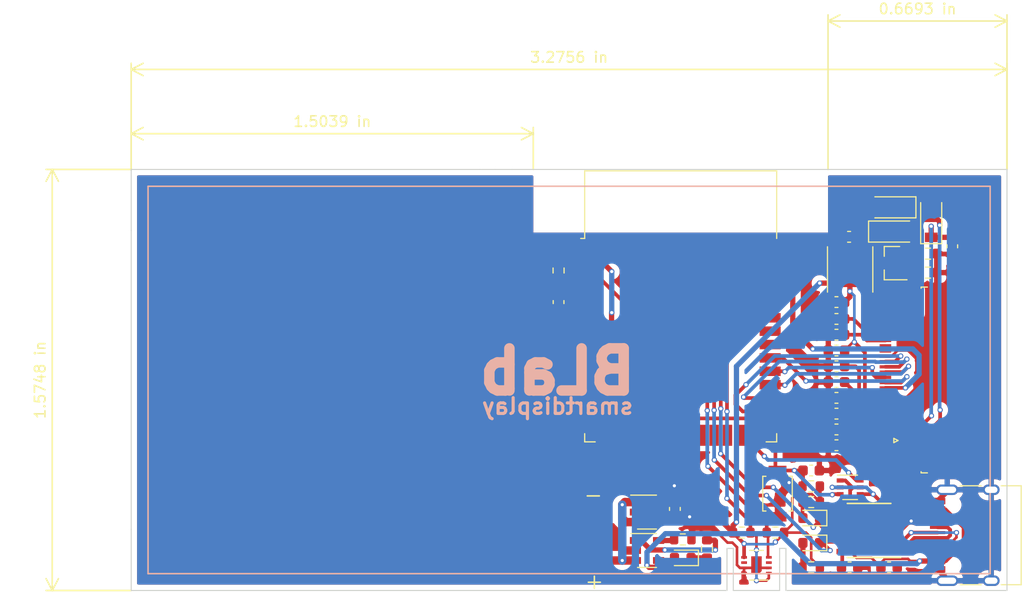
<source format=kicad_pcb>
(kicad_pcb (version 20171130) (host pcbnew "(5.1.8)-1")
  (layers (0 F.Cu signal) (31 B.Cu signal) (34 B.Paste user) (35 F.Paste user) (36 B.SilkS user) (37 F.SilkS user) (38 B.Mask user) (39 F.Mask user) (44 Edge.Cuts user))
  (net 0 "")
  (net 1 GND)
  (net 2 EN)
  (net 3 BAT+)
  (net 4 IO0)
  (net 5 DTR)
  (net 6 RTS)
  (net 7 +5V)
  (net 8 TX)
  (net 9 RX)
  (net 10 +3V3)
  (net 11 "Net-(C11-Pad1)")
  (net 12 /D-)
  (net 13 /D+)
  (net 14 "Net-(C1-Pad1)")
  (net 15 "Net-(D6-Pad1)")
  (net 16 SDA)
  (net 17 SCL)
  (net 18 PREVGH)
  (net 19 "Net-(C12-Pad1)")
  (net 20 "Net-(C13-Pad1)")
  (net 21 PREVGL)
  (net 22 "Net-(D2-Pad2)")
  (net 23 RESE)
  (net 24 GDR)
  (net 25 "Net-(R10-Pad1)")
  (net 26 DC)
  (net 27 DIN)
  (net 28 SCLK)
  (net 29 BUSY)
  (net 30 REST)
  (net 31 "Net-(C2-Pad1)")
  (net 32 "Net-(C3-Pad2)")
  (net 33 "Net-(C4-Pad2)")
  (net 34 "Net-(C4-Pad1)")
  (net 35 "Net-(C10-Pad1)")
  (net 36 "Net-(C15-Pad1)")
  (net 37 "Net-(D3-Pad2)")
  (net 38 "Net-(R9-Pad2)")
  (net 39 CS)
  (module Capacitor_SMD:C_0603_1608Metric (layer F.Cu) (at 194.8 67.3 270)
    (fp_text reference C9 hide)
    (fp_text value 1uF)
    (pad 2 smd roundrect (at 0.775 0 270) (size 0.9 0.95) (layers F.Cu F.Paste F.Mask) (net 1 GND))
    (pad 1 smd roundrect (at -0.775 0 270) (size 0.9 0.95) (layers F.Cu F.Paste F.Mask) (net 18 PREVGH))
  )
  (module Inductor_SMD:L_Coilcraft_XxL4040 (layer F.Cu) (at 185.1 69.5 90)
    (fp_text reference L1 hide)
    (fp_text value 10uH)
    (pad 2 smd rect (at 1.185 0 90) (size 0.98 3.4) (layers F.Cu F.Paste F.Mask) (net 33 "Net-(C4-Pad2)"))
    (pad 1 smd rect (at -1.185 0 90) (size 0.98 3.4) (layers F.Cu F.Paste F.Mask) (net 10 +3V3))
  )
  (module Resistor_SMD:R_0603_1608Metric (layer F.Cu) (at 192.5 68)
    (fp_text reference R5 hide)
    (fp_text value 3)
    (pad 2 smd roundrect (at 0.825 0) (size 0.8 0.95) (layers F.Cu F.Paste F.Mask) (net 1 GND))
    (pad 1 smd roundrect (at -0.825 0) (size 0.8 0.95) (layers F.Cu F.Paste F.Mask) (net 23 RESE))
  )
  (module Resistor_SMD:R_0603_1608Metric (layer F.Cu) (at 192.5 69.8)
    (fp_text reference R4 hide)
    (fp_text value 10k)
    (pad 2 smd roundrect (at 0.825 0) (size 0.8 0.95) (layers F.Cu F.Paste F.Mask) (net 1 GND))
    (pad 1 smd roundrect (at -0.825 0) (size 0.8 0.95) (layers F.Cu F.Paste F.Mask) (net 24 GDR))
  )
  (module Package_TO_SOT_SMD:SOT-23 (layer F.Cu) (at 189.1 68.9 180)
    (fp_text reference Q1 hide)
    (fp_text value SI1308EDL)
    (pad 3 smd rect (at 1 0 180) (size 0.9 0.8) (layers F.Cu F.Paste F.Mask) (net 33 "Net-(C4-Pad2)"))
    (pad 2 smd rect (at -1 0.95 180) (size 0.9 0.8) (layers F.Cu F.Paste F.Mask) (net 23 RESE))
    (pad 1 smd rect (at -1 -0.95 180) (size 0.9 0.8) (layers F.Cu F.Paste F.Mask) (net 24 GDR))
  )
  (module Diode_SMD:D_SOD-123 (layer F.Cu) (at 192.8 64.8 90)
    (fp_text reference D5 hide)
    (fp_text value MBR0530)
    (pad 2 smd rect (at 1.65 0 90) (size 0.9 1.2) (layers F.Cu F.Paste F.Mask) (net 33 "Net-(C4-Pad2)"))
    (pad 1 smd rect (at -1.65 0 90) (size 0.9 1.2) (layers F.Cu F.Paste F.Mask) (net 18 PREVGH))
  )
  (module Diode_SMD:D_SOD-123 (layer F.Cu) (at 189.1 65.9)
    (fp_text reference D1 hide)
    (fp_text value MBR0530)
    (pad 2 smd rect (at 1.65 0) (size 0.9 1.2) (layers F.Cu F.Paste F.Mask) (net 21 PREVGL))
    (pad 1 smd rect (at -1.65 0) (size 0.9 1.2) (layers F.Cu F.Paste F.Mask) (net 34 "Net-(C4-Pad1)"))
  )
  (module Diode_SMD:D_SOD-123 (layer F.Cu) (at 189.1 63.6 180)
    (fp_text reference D4 hide)
    (fp_text value MBR0530)
    (pad 2 smd rect (at 1.65 0 180) (size 0.9 1.2) (layers F.Cu F.Paste F.Mask) (net 34 "Net-(C4-Pad1)"))
    (pad 1 smd rect (at -1.65 0 180) (size 0.9 1.2) (layers F.Cu F.Paste F.Mask) (net 1 GND))
  )
  (module Capacitor_SMD:C_0603_1608Metric (layer F.Cu) (at 183.8 86.2 180)
    (fp_text reference C15 hide)
    (fp_text value 1uF)
    (pad 2 smd roundrect (at 0.775 0 180) (size 0.9 0.95) (layers F.Cu F.Paste F.Mask) (net 1 GND))
    (pad 1 smd roundrect (at -0.775 0 180) (size 0.9 0.95) (layers F.Cu F.Paste F.Mask) (net 36 "Net-(C15-Pad1)"))
  )
  (module Capacitor_SMD:C_0603_1608Metric (layer F.Cu) (at 183.8 84.7 180)
    (fp_text reference C14 hide)
    (fp_text value 1uF)
    (pad 2 smd roundrect (at 0.775 0 180) (size 0.9 0.95) (layers F.Cu F.Paste F.Mask) (net 1 GND))
    (pad 1 smd roundrect (at -0.775 0 180) (size 0.9 0.95) (layers F.Cu F.Paste F.Mask) (net 21 PREVGL))
  )
  (module Capacitor_SMD:C_0603_1608Metric (layer F.Cu) (at 183.8 83.2 180)
    (fp_text reference C13 hide)
    (fp_text value 1uF)
    (pad 2 smd roundrect (at 0.775 0 180) (size 0.9 0.95) (layers F.Cu F.Paste F.Mask) (net 1 GND))
    (pad 1 smd roundrect (at -0.775 0 180) (size 0.9 0.95) (layers F.Cu F.Paste F.Mask) (net 20 "Net-(C13-Pad1)"))
  )
  (module Capacitor_SMD:C_0603_1608Metric (layer F.Cu) (at 183.8 81.7 180)
    (fp_text reference C12 hide)
    (fp_text value 1uF)
    (pad 2 smd roundrect (at 0.775 0 180) (size 0.9 0.95) (layers F.Cu F.Paste F.Mask) (net 1 GND))
    (pad 1 smd roundrect (at -0.775 0 180) (size 0.9 0.95) (layers F.Cu F.Paste F.Mask) (net 19 "Net-(C12-Pad1)"))
  )
  (module Capacitor_SMD:C_0603_1608Metric (layer F.Cu) (at 183.8 80.2 180)
    (fp_text reference C11 hide)
    (fp_text value 1uF)
    (pad 2 smd roundrect (at 0.775 0 180) (size 0.9 0.95) (layers F.Cu F.Paste F.Mask) (net 1 GND))
    (pad 1 smd roundrect (at -0.775 0 180) (size 0.9 0.95) (layers F.Cu F.Paste F.Mask) (net 11 "Net-(C11-Pad1)"))
  )
  (module Capacitor_SMD:C_0603_1608Metric (layer F.Cu) (at 183.8 78.7 180)
    (fp_text reference C10 hide)
    (fp_text value 1uF)
    (pad 2 smd roundrect (at 0.775 0 180) (size 0.9 0.95) (layers F.Cu F.Paste F.Mask) (net 1 GND))
    (pad 1 smd roundrect (at -0.775 0 180) (size 0.9 0.95) (layers F.Cu F.Paste F.Mask) (net 35 "Net-(C10-Pad1)"))
  )
  (module Capacitor_SMD:C_0603_1608Metric (layer F.Cu) (at 183.8 72.6)
    (fp_text reference C8 hide)
    (fp_text value 4.7uF)
    (pad 2 smd roundrect (at 0.775 0) (size 0.9 0.95) (layers F.Cu F.Paste F.Mask) (net 10 +3V3))
    (pad 1 smd roundrect (at -0.775 0) (size 0.9 0.95) (layers F.Cu F.Paste F.Mask) (net 1 GND))
  )
  (module Capacitor_SMD:C_0603_1608Metric (layer F.Cu) (at 183.8 77.2 180)
    (fp_text reference C7 hide)
    (fp_text value 1uF)
    (pad 2 smd roundrect (at 0.775 0 180) (size 0.9 0.95) (layers F.Cu F.Paste F.Mask) (net 1 GND))
    (pad 1 smd roundrect (at -0.775 0 180) (size 0.9 0.95) (layers F.Cu F.Paste F.Mask) (net 10 +3V3))
  )
  (module Capacitor_SMD:C_0603_1608Metric (layer F.Cu) (at 185 66.4 180)
    (fp_text reference C4 hide)
    (fp_text value 4.7uF)
    (pad 2 smd roundrect (at 0.775 0 180) (size 0.9 0.95) (layers F.Cu F.Paste F.Mask) (net 33 "Net-(C4-Pad2)"))
    (pad 1 smd roundrect (at -0.775 0 180) (size 0.9 0.95) (layers F.Cu F.Paste F.Mask) (net 34 "Net-(C4-Pad1)"))
  )
  (module Capacitor_SMD:C_0603_1608Metric (layer F.Cu) (at 183.8 75.7 180)
    (fp_text reference C2 hide)
    (fp_text value 1uF)
    (pad 2 smd roundrect (at 0.775 0 180) (size 0.9 0.95) (layers F.Cu F.Paste F.Mask) (net 1 GND))
    (pad 1 smd roundrect (at -0.775 0 180) (size 0.9 0.95) (layers F.Cu F.Paste F.Mask) (net 31 "Net-(C2-Pad1)"))
  )
  (module Capacitor_SMD:C_0603_1608Metric (layer F.Cu) (at 183.8 74.2 180)
    (fp_text reference C1 hide)
    (fp_text value 1uF)
    (pad 2 smd roundrect (at 0.775 0 180) (size 0.9 0.95) (layers F.Cu F.Paste F.Mask) (net 1 GND))
    (pad 1 smd roundrect (at -0.775 0 180) (size 0.9 0.95) (layers F.Cu F.Paste F.Mask) (net 14 "Net-(C1-Pad1)"))
  )
  (module my:epd-24pin (layer F.Cu) (at 189.8 80 90)
    (fp_text reference U3 hide)
    (fp_text value 24pinconnecter)
    (pad MP smd rect (at 7.42 0.35 90) (size 2.3 3.1) (layers F.Cu F.Paste F.Mask))
    (pad MP smd rect (at -7.42 0.35 90) (size 2.3 3.1) (layers F.Cu F.Paste F.Mask))
    (pad 1 smd rect (at 5.75 -1.35 90) (size 0.3 1.1) (layers F.Cu F.Paste F.Mask))
    (pad 2 smd rect (at 5.25 -1.35 90) (size 0.3 1.1) (layers F.Cu F.Paste F.Mask) (net 24 GDR))
    (pad 3 smd rect (at 4.75 -1.35 90) (size 0.3 1.1) (layers F.Cu F.Paste F.Mask) (net 23 RESE))
    (pad 4 smd rect (at 4.25 -1.35 90) (size 0.3 1.1) (layers F.Cu F.Paste F.Mask) (net 14 "Net-(C1-Pad1)"))
    (pad 5 smd rect (at 3.75 -1.35 90) (size 0.3 1.1) (layers F.Cu F.Paste F.Mask) (net 31 "Net-(C2-Pad1)"))
    (pad 6 smd rect (at 3.25 -1.35 90) (size 0.3 1.1) (layers F.Cu F.Paste F.Mask))
    (pad 7 smd rect (at 2.75 -1.35 90) (size 0.3 1.1) (layers F.Cu F.Paste F.Mask))
    (pad 8 smd rect (at 2.25 -1.35 90) (size 0.3 1.1) (layers F.Cu F.Paste F.Mask) (net 1 GND))
    (pad 9 smd rect (at 1.75 -1.35 90) (size 0.3 1.1) (layers F.Cu F.Paste F.Mask) (net 29 BUSY))
    (pad 10 smd rect (at 1.25 -1.35 90) (size 0.3 1.1) (layers F.Cu F.Paste F.Mask) (net 30 REST))
    (pad 11 smd rect (at 0.75 -1.35 90) (size 0.3 1.1) (layers F.Cu F.Paste F.Mask) (net 26 DC))
    (pad 12 smd rect (at 0.25 -1.35 90) (size 0.3 1.1) (layers F.Cu F.Paste F.Mask) (net 39 CS))
    (pad 13 smd rect (at -0.25 -1.35 90) (size 0.3 1.1) (layers F.Cu F.Paste F.Mask) (net 28 SCLK))
    (pad 14 smd rect (at -0.75 -1.35 90) (size 0.3 1.1) (layers F.Cu F.Paste F.Mask) (net 27 DIN))
    (pad 15 smd rect (at -1.25 -1.35 90) (size 0.3 1.1) (layers F.Cu F.Paste F.Mask) (net 10 +3V3))
    (pad 16 smd rect (at -1.75 -1.35 90) (size 0.3 1.1) (layers F.Cu F.Paste F.Mask) (net 10 +3V3))
    (pad 17 smd rect (at -2.25 -1.35 90) (size 0.3 1.1) (layers F.Cu F.Paste F.Mask) (net 1 GND))
    (pad 18 smd rect (at -2.75 -1.35 90) (size 0.3 1.1) (layers F.Cu F.Paste F.Mask) (net 35 "Net-(C10-Pad1)"))
    (pad 19 smd rect (at -3.25 -1.35 90) (size 0.3 1.1) (layers F.Cu F.Paste F.Mask) (net 11 "Net-(C11-Pad1)"))
    (pad 20 smd rect (at -3.75 -1.35 90) (size 0.3 1.1) (layers F.Cu F.Paste F.Mask) (net 19 "Net-(C12-Pad1)"))
    (pad 21 smd rect (at -4.25 -1.35 90) (size 0.3 1.1) (layers F.Cu F.Paste F.Mask) (net 18 PREVGH))
    (pad 22 smd rect (at -4.75 -1.35 90) (size 0.3 1.1) (layers F.Cu F.Paste F.Mask) (net 20 "Net-(C13-Pad1)"))
    (pad 23 smd rect (at -5.25 -1.35 90) (size 0.3 1.1) (layers F.Cu F.Paste F.Mask) (net 21 PREVGL))
    (pad 24 smd rect (at -5.75 -1.35 90) (size 0.3 1.1) (layers F.Cu F.Paste F.Mask) (net 36 "Net-(C15-Pad1)"))
  )
  (module Sensor_Humidity:Sensirion_DFN-8-1EP_2.5x2.5mm_P0.5mm_EP1.1x1.7mm (layer F.Cu) (at 176.2 97.6 180)
    (fp_text reference U5 hide)
    (fp_text value SHT31-DIS)
    (pad 1 smd rect (at -1.175 -0.75 180) (size 0.55 0.25) (layers F.Cu F.Paste F.Mask) (net 16 SDA))
    (pad 2 smd rect (at -1.175 -0.25 180) (size 0.55 0.25) (layers F.Cu F.Paste F.Mask) (net 1 GND))
    (pad 3 smd rect (at -1.175 0.25 180) (size 0.55 0.25) (layers F.Cu F.Paste F.Mask))
    (pad 4 smd rect (at -1.175 0.75) (size 0.55 0.25) (layers F.Cu F.Paste F.Mask) (net 17 SCL))
    (pad 5 smd rect (at 1.175 0.75 180) (size 0.55 0.25) (layers F.Cu F.Paste F.Mask) (net 10 +3V3))
    (pad 6 smd rect (at 1.175 0.25 180) (size 0.55 0.25) (layers F.Cu F.Paste F.Mask))
    (pad 7 smd rect (at 1.175 -0.25 180) (size 0.55 0.25) (layers F.Cu F.Paste F.Mask) (net 1 GND))
    (pad 8 smd rect (at 1.175 -0.75 180) (size 0.55 0.25) (layers F.Cu F.Paste F.Mask) (net 1 GND))
    (pad 9 smd custom (at 0 0 180) (size 1 1) (layers F.Cu F.Mask) (net 1 GND) (options (clearance outline) (anchor circle)) (primitives (gr_poly (pts (xy 0.5 0.85) (xy -0.5 0.85) (xy -0.5 -0.55) (xy -0.2 -0.85) (xy 0.5 -0.85)) (width 0))))
  )
  (module Resistor_SMD:R_0603_1608Metric (layer F.Cu) (at 178 94.5 180)
    (fp_text reference R8 hide)
    (fp_text value 10k)
    (pad 2 smd roundrect (at 0.825 0 180) (size 0.8 0.95) (layers F.Cu F.Paste F.Mask) (net 17 SCL))
    (pad 1 smd roundrect (at -0.825 0 180) (size 0.8 0.95) (layers F.Cu F.Paste F.Mask) (net 10 +3V3))
  )
  (module Resistor_SMD:R_0603_1608Metric (layer F.Cu) (at 174.8 94.5)
    (fp_text reference R7 hide)
    (fp_text value 10k)
    (pad 2 smd roundrect (at 0.825 0) (size 0.8 0.95) (layers F.Cu F.Paste F.Mask) (net 16 SDA))
    (pad 1 smd roundrect (at -0.825 0) (size 0.8 0.95) (layers F.Cu F.Paste F.Mask) (net 10 +3V3))
  )
  (module Connector_USB:USB_C_Receptacle_HRO_TYPE-C-31-M-12 (layer F.Cu) (at 197.45 94.75 90)
    (fp_text reference J2 hide)
    (fp_text value USB_C_Receptacle_USB2.0)
    (pad B1 smd rect (at 3.25 -4.045 90) (size 0.6 1.45) (layers F.Cu F.Paste F.Mask) (net 1 GND))
    (pad A9 smd rect (at 2.45 -4.045 90) (size 0.6 1.45) (layers F.Cu F.Paste F.Mask) (net 7 +5V))
    (pad B9 smd rect (at -2.45 -4.045 90) (size 0.6 1.45) (layers F.Cu F.Paste F.Mask) (net 7 +5V))
    (pad B12 smd rect (at -3.25 -4.045 90) (size 0.6 1.45) (layers F.Cu F.Paste F.Mask) (net 1 GND))
    (pad A1 smd rect (at -3.25 -4.045 90) (size 0.6 1.45) (layers F.Cu F.Paste F.Mask) (net 1 GND))
    (pad A4 smd rect (at -2.45 -4.045 90) (size 0.6 1.45) (layers F.Cu F.Paste F.Mask) (net 7 +5V))
    (pad B4 smd rect (at 2.45 -4.045 90) (size 0.6 1.45) (layers F.Cu F.Paste F.Mask) (net 7 +5V))
    (pad A12 smd rect (at 3.25 -4.045 90) (size 0.6 1.45) (layers F.Cu F.Paste F.Mask) (net 1 GND))
    (pad B8 smd rect (at -1.75 -4.045 90) (size 0.3 1.45) (layers F.Cu F.Paste F.Mask))
    (pad A5 smd rect (at -1.25 -4.045 90) (size 0.3 1.45) (layers F.Cu F.Paste F.Mask))
    (pad B7 smd rect (at -0.75 -4.045 90) (size 0.3 1.45) (layers F.Cu F.Paste F.Mask) (net 12 /D-))
    (pad A7 smd rect (at 0.25 -4.045 90) (size 0.3 1.45) (layers F.Cu F.Paste F.Mask) (net 12 /D-))
    (pad B6 smd rect (at 0.75 -4.045 90) (size 0.3 1.45) (layers F.Cu F.Paste F.Mask) (net 13 /D+))
    (pad A8 smd rect (at 1.25 -4.045 90) (size 0.3 1.45) (layers F.Cu F.Paste F.Mask))
    (pad B5 smd rect (at 1.75 -4.045 90) (size 0.3 1.45) (layers F.Cu F.Paste F.Mask))
    (pad A6 smd rect (at -0.25 -4.045 90) (size 0.3 1.45) (layers F.Cu F.Paste F.Mask) (net 13 /D+))
    (pad S1 thru_hole oval (at 4.32 -3.13 90) (size 1 2.1) (drill oval 0.6 1.7) (layers *.Cu *.Mask) (net 1 GND))
    (pad S1 thru_hole oval (at -4.32 -3.13 90) (size 1 2.1) (drill oval 0.6 1.7) (layers *.Cu *.Mask) (net 1 GND))
    (pad "" np_thru_hole circle (at -2.89 -2.6 90) (size 0.65 0.65) (drill 0.65) (layers *.Cu *.Mask))
    (pad S1 thru_hole oval (at -4.32 1.05 90) (size 1 1.6) (drill oval 0.6 1.2) (layers *.Cu *.Mask) (net 1 GND))
    (pad "" np_thru_hole circle (at 2.89 -2.6 90) (size 0.65 0.65) (drill 0.65) (layers *.Cu *.Mask))
    (pad S1 thru_hole oval (at 4.32 1.05 90) (size 1 1.6) (drill oval 0.6 1.2) (layers *.Cu *.Mask) (net 1 GND))
  )
  (module Resistor_SMD:R_0603_1608Metric (layer F.Cu) (at 181.4 90.1 180)
    (fp_text reference R6 hide)
    (fp_text value 10k)
    (pad 2 smd roundrect (at 0.825 0 180) (size 0.8 0.95) (layers F.Cu F.Paste F.Mask) (net 4 IO0))
    (pad 1 smd roundrect (at -0.825 0 180) (size 0.8 0.95) (layers F.Cu F.Paste F.Mask) (net 10 +3V3))
  )
  (module Diode_SMD:D_0603_1608Metric (layer F.Cu) (at 169.2 96.9 180)
    (fp_text reference D6 hide)
    (fp_text value LED-red)
    (pad 2 smd roundrect (at 0.7875 0 180) (size 0.875 0.95) (layers F.Cu F.Paste F.Mask) (net 7 +5V))
    (pad 1 smd roundrect (at -0.7875 0 180) (size 0.875 0.95) (layers F.Cu F.Paste F.Mask) (net 15 "Net-(D6-Pad1)"))
  )
  (module Diode_SMD:D_0603_1608Metric (layer F.Cu) (at 181.4 93.12 180)
    (fp_text reference D3 hide)
    (fp_text value LED-red)
    (pad 2 smd roundrect (at 0.7875 0 180) (size 0.875 0.95) (layers F.Cu F.Paste F.Mask) (net 37 "Net-(D3-Pad2)"))
    (pad 1 smd roundrect (at -0.7875 0 180) (size 0.875 0.95) (layers F.Cu F.Paste F.Mask) (net 8 TX))
  )
  (module Diode_SMD:D_0603_1608Metric (layer F.Cu) (at 181.4 95.48 180)
    (fp_text reference D2 hide)
    (fp_text value LED-green)
    (pad 2 smd roundrect (at 0.7875 0 180) (size 0.875 0.95) (layers F.Cu F.Paste F.Mask) (net 22 "Net-(D2-Pad2)"))
    (pad 1 smd roundrect (at -0.7875 0 180) (size 0.875 0.95) (layers F.Cu F.Paste F.Mask) (net 9 RX))
  )
  (module Capacitor_SMD:C_0603_1608Metric (layer F.Cu) (at 188.8 97.8)
    (fp_text reference C5 hide)
    (fp_text value 0.1uf)
    (pad 2 smd roundrect (at 0.775 0) (size 0.9 0.95) (layers F.Cu F.Paste F.Mask) (net 1 GND))
    (pad 1 smd roundrect (at -0.775 0) (size 0.9 0.95) (layers F.Cu F.Paste F.Mask) (net 7 +5V))
  )
  (module my:bt-342 (layer F.Cu) (at 178.2 90.8 90)
    (fp_text reference SW1 hide)
    (fp_text value SW_Push)
    (pad 2 smd rect (at 2.2 0 90) (size 0.9 1.7) (layers F.Cu F.Paste F.Mask) (net 4 IO0))
    (pad 1 smd rect (at -2.2 0 90) (size 0.9 1.7) (layers F.Cu F.Paste F.Mask) (net 1 GND))
  )
  (module Resistor_SMD:R_0603_1608Metric (layer F.Cu) (at 171.5 96.05 90)
    (fp_text reference R9 hide)
    (fp_text value 10k)
    (pad 2 smd roundrect (at 0.825 0 90) (size 0.8 0.95) (layers F.Cu F.Paste F.Mask) (net 38 "Net-(R9-Pad2)"))
    (pad 1 smd roundrect (at -0.825 0 90) (size 0.8 0.95) (layers F.Cu F.Paste F.Mask) (net 15 "Net-(D6-Pad1)"))
  )
  (module Resistor_SMD:R_0603_1608Metric (layer F.Cu) (at 169.2 95.15)
    (fp_text reference R10 hide)
    (fp_text value 10k)
    (pad 2 smd roundrect (at 0.825 0) (size 0.8 0.95) (layers F.Cu F.Paste F.Mask) (net 1 GND))
    (pad 1 smd roundrect (at -0.825 0) (size 0.8 0.95) (layers F.Cu F.Paste F.Mask) (net 25 "Net-(R10-Pad1)"))
  )
  (module Resistor_SMD:R_0603_1608Metric (layer F.Cu) (at 181.4 91.6 180)
    (fp_text reference R2 hide)
    (fp_text value 10k)
    (pad 2 smd roundrect (at 0.825 0 180) (size 0.8 0.95) (layers F.Cu F.Paste F.Mask) (net 37 "Net-(D3-Pad2)"))
    (pad 1 smd roundrect (at -0.825 0 180) (size 0.8 0.95) (layers F.Cu F.Paste F.Mask) (net 10 +3V3))
  )
  (module Resistor_SMD:R_0603_1608Metric (layer F.Cu) (at 181.4 97.8 180)
    (fp_text reference R1 hide)
    (fp_text value 10k)
    (pad 2 smd roundrect (at 0.825 0 180) (size 0.8 0.95) (layers F.Cu F.Paste F.Mask) (net 22 "Net-(D2-Pad2)"))
    (pad 1 smd roundrect (at -0.825 0 180) (size 0.8 0.95) (layers F.Cu F.Paste F.Mask) (net 10 +3V3))
  )
  (module Capacitor_SMD:C_0603_1608Metric (layer F.Cu) (at 168.45 92.25 270)
    (fp_text reference C17 hide)
    (fp_text value 1uF)
    (pad 2 smd roundrect (at 0.775 0 270) (size 0.9 0.95) (layers F.Cu F.Paste F.Mask) (net 1 GND))
    (pad 1 smd roundrect (at -0.775 0 270) (size 0.9 0.95) (layers F.Cu F.Paste F.Mask) (net 10 +3V3))
  )
  (module Capacitor_SMD:C_0603_1608Metric (layer F.Cu) (at 181.4 88.6 180)
    (fp_text reference C16 hide)
    (fp_text value 0.1uf)
    (pad 2 smd roundrect (at 0.775 0 180) (size 0.9 0.95) (layers F.Cu F.Paste F.Mask) (net 4 IO0))
    (pad 1 smd roundrect (at -0.775 0 180) (size 0.9 0.95) (layers F.Cu F.Paste F.Mask) (net 1 GND))
  )
  (module Capacitor_SMD:C_0603_1608Metric (layer F.Cu) (at 185.05 97.8 180)
    (fp_text reference C3 hide)
    (fp_text value 0.1uf)
    (pad 2 smd roundrect (at 0.775 0 180) (size 0.9 0.95) (layers F.Cu F.Paste F.Mask) (net 32 "Net-(C3-Pad2)"))
    (pad 1 smd roundrect (at -0.775 0 180) (size 0.9 0.95) (layers F.Cu F.Paste F.Mask) (net 1 GND))
  )
  (module Package_TO_SOT_SMD:SOT-363_SC-70-6 (layer F.Cu) (at 185.1 90.2)
    (fp_text reference U1 hide)
    (fp_text value DDC114TU-7-F)
    (pad 6 smd rect (at 0.95 -0.65) (size 0.65 0.4) (layers F.Cu F.Paste F.Mask) (net 2 EN))
    (pad 4 smd rect (at 0.95 0.65) (size 0.65 0.4) (layers F.Cu F.Paste F.Mask) (net 5 DTR))
    (pad 2 smd rect (at -0.95 0) (size 0.65 0.4) (layers F.Cu F.Paste F.Mask) (net 5 DTR))
    (pad 5 smd rect (at 0.95 0) (size 0.65 0.4) (layers F.Cu F.Paste F.Mask) (net 6 RTS))
    (pad 3 smd rect (at -0.95 0.65) (size 0.65 0.4) (layers F.Cu F.Paste F.Mask) (net 4 IO0))
    (pad 1 smd rect (at -0.95 -0.65) (size 0.65 0.4) (layers F.Cu F.Paste F.Mask) (net 6 RTS))
  )
  (module Resistor_SMD:R_0603_1608Metric (layer F.Cu) (at 157.4 69.6 270)
    (fp_text reference R3 hide)
    (fp_text value 10k)
    (pad 2 smd roundrect (at 0.825 0 270) (size 0.8 0.95) (layers F.Cu F.Paste F.Mask) (net 2 EN))
    (pad 1 smd roundrect (at -0.825 0 270) (size 0.8 0.95) (layers F.Cu F.Paste F.Mask) (net 10 +3V3))
  )
  (module my:largepoint (layer F.Cu) (at 160.7 93.1)
    (fp_text reference J3 hide)
    (fp_text value Conn_01x01_Female)
    (pad 1 smd rect (at 0 0) (size 2.5 2.5) (layers F.Cu F.Paste F.Mask) (net 1 GND))
  )
  (module my:largepoint (layer F.Cu) (at 160.7 96.8)
    (fp_text reference J1 hide)
    (fp_text value Conn_01x01_Female)
    (pad 1 smd rect (at 0 0) (size 2.5 2.5) (layers F.Cu F.Paste F.Mask) (net 3 BAT+))
  )
  (module Capacitor_SMD:C_0603_1608Metric (layer F.Cu) (at 157.4 72.6 270)
    (fp_text reference C6 hide)
    (fp_text value 1uF)
    (pad 2 smd roundrect (at 0.775 0 270) (size 0.9 0.95) (layers F.Cu F.Paste F.Mask) (net 1 GND))
    (pad 1 smd roundrect (at -0.775 0 270) (size 0.9 0.95) (layers F.Cu F.Paste F.Mask) (net 2 EN))
  )
  (module Package_TO_SOT_SMD:SOT-23-5 (layer F.Cu) (at 165.8 92.55)
    (fp_text reference U6 hide)
    (fp_text value ME6211C33M5G-N)
    (pad 5 smd rect (at 1.1 -0.95) (size 1.06 0.65) (layers F.Cu F.Paste F.Mask) (net 10 +3V3))
    (pad 4 smd rect (at 1.1 0.95) (size 1.06 0.65) (layers F.Cu F.Paste F.Mask))
    (pad 3 smd rect (at -1.1 0.95) (size 1.06 0.65) (layers F.Cu F.Paste F.Mask) (net 3 BAT+))
    (pad 2 smd rect (at -1.1 0) (size 1.06 0.65) (layers F.Cu F.Paste F.Mask) (net 1 GND))
    (pad 1 smd rect (at -1.1 -0.95) (size 1.06 0.65) (layers F.Cu F.Paste F.Mask) (net 3 BAT+))
  )
  (module my:ESSOP-10_3.9x4.9mm_P1.00mm (layer F.Cu) (at 186.9 94.3 180)
    (fp_text reference U2 hide)
    (fp_text value ch340k)
    (pad 11 smd rect (at 0 0 180) (size 2.5 4) (layers F.Cu F.Paste F.Mask))
    (pad 10 smd rect (at 2.55 -2 180) (size 1.1 0.51) (layers F.Cu F.Paste F.Mask) (net 32 "Net-(C3-Pad2)"))
    (pad 9 smd rect (at 2.55 -1 180) (size 1.1 0.51) (layers F.Cu F.Paste F.Mask) (net 9 RX))
    (pad 5 smd rect (at -2.55 2 180) (size 1.1 0.51) (layers F.Cu F.Paste F.Mask))
    (pad 8 smd rect (at 2.55 0 180) (size 1.1 0.51) (layers F.Cu F.Paste F.Mask) (net 8 TX))
    (pad 7 smd rect (at 2.55 1 180) (size 1.1 0.51) (layers F.Cu F.Paste F.Mask) (net 7 +5V))
    (pad 6 smd rect (at 2.55 2 180) (size 1.1 0.51) (layers F.Cu F.Paste F.Mask) (net 6 RTS))
    (pad 4 smd rect (at -2.55 1 180) (size 1.1 0.51) (layers F.Cu F.Paste F.Mask) (net 5 DTR))
    (pad 3 smd rect (at -2.55 0 180) (size 1.1 0.51) (layers F.Cu F.Paste F.Mask) (net 1 GND))
    (pad 2 smd rect (at -2.55 -1 180) (size 1.1 0.51) (layers F.Cu F.Paste F.Mask) (net 12 /D-))
    (pad 1 smd rect (at -2.55 -2 180) (size 1.1 0.51) (layers F.Cu F.Paste F.Mask) (net 13 /D+))
  )
  (module Package_TO_SOT_SMD:SOT-23-5 (layer F.Cu) (at 165.8 96.2)
    (fp_text reference U7 hide)
    (fp_text value TP4054)
    (pad 5 smd rect (at 1.1 -0.95) (size 1.06 0.65) (layers F.Cu F.Paste F.Mask) (net 25 "Net-(R10-Pad1)"))
    (pad 4 smd rect (at 1.1 0.95) (size 1.06 0.65) (layers F.Cu F.Paste F.Mask) (net 7 +5V))
    (pad 3 smd rect (at -1.1 0.95) (size 1.06 0.65) (layers F.Cu F.Paste F.Mask) (net 3 BAT+))
    (pad 2 smd rect (at -1.1 0) (size 1.06 0.65) (layers F.Cu F.Paste F.Mask) (net 1 GND))
    (pad 1 smd rect (at -1.1 -0.95) (size 1.06 0.65) (layers F.Cu F.Paste F.Mask) (net 38 "Net-(R9-Pad2)"))
  )
  (module RF_Module:ESP32-WROOM-32 (layer F.Cu) (at 169 76)
    (fp_text reference U4 hide)
    (fp_text value ESP-32S)
    (pad 38 smd rect (at 8.5 -8.255) (size 2 0.9) (layers F.Cu F.Paste F.Mask) (net 1 GND))
    (pad 37 smd rect (at 8.5 -6.985) (size 2 0.9) (layers F.Cu F.Paste F.Mask) (net 27 DIN))
    (pad 36 smd rect (at 8.5 -5.715) (size 2 0.9) (layers F.Cu F.Paste F.Mask) (net 17 SCL))
    (pad 35 smd rect (at 8.5 -4.445) (size 2 0.9) (layers F.Cu F.Paste F.Mask) (net 9 RX))
    (pad 34 smd rect (at 8.5 -3.175) (size 2 0.9) (layers F.Cu F.Paste F.Mask) (net 8 TX))
    (pad 33 smd rect (at 8.5 -1.905) (size 2 0.9) (layers F.Cu F.Paste F.Mask) (net 16 SDA))
    (pad 32 smd rect (at 8.5 -0.635) (size 2 0.9) (layers F.Cu F.Paste F.Mask))
    (pad 31 smd rect (at 8.5 0.635) (size 2 0.9) (layers F.Cu F.Paste F.Mask))
    (pad 30 smd rect (at 8.5 1.905) (size 2 0.9) (layers F.Cu F.Paste F.Mask) (net 28 SCLK))
    (pad 29 smd rect (at 8.5 3.175) (size 2 0.9) (layers F.Cu F.Paste F.Mask) (net 39 CS))
    (pad 28 smd rect (at 8.5 4.445) (size 2 0.9) (layers F.Cu F.Paste F.Mask) (net 26 DC))
    (pad 27 smd rect (at 8.5 5.715) (size 2 0.9) (layers F.Cu F.Paste F.Mask) (net 30 REST))
    (pad 26 smd rect (at 8.5 6.985) (size 2 0.9) (layers F.Cu F.Paste F.Mask) (net 29 BUSY))
    (pad 25 smd rect (at 8.5 8.255) (size 2 0.9) (layers F.Cu F.Paste F.Mask) (net 4 IO0))
    (pad 24 smd rect (at 5.715 9.255 90) (size 2 0.9) (layers F.Cu F.Paste F.Mask))
    (pad 23 smd rect (at 4.445 9.255 90) (size 2 0.9) (layers F.Cu F.Paste F.Mask))
    (pad 22 smd rect (at 3.175 9.255 90) (size 2 0.9) (layers F.Cu F.Paste F.Mask))
    (pad 21 smd rect (at 1.905 9.255 90) (size 2 0.9) (layers F.Cu F.Paste F.Mask))
    (pad 20 smd rect (at 0.635 9.255 90) (size 2 0.9) (layers F.Cu F.Paste F.Mask))
    (pad 19 smd rect (at -0.635 9.255 90) (size 2 0.9) (layers F.Cu F.Paste F.Mask))
    (pad 18 smd rect (at -1.905 9.255 90) (size 2 0.9) (layers F.Cu F.Paste F.Mask))
    (pad 17 smd rect (at -3.175 9.255 90) (size 2 0.9) (layers F.Cu F.Paste F.Mask))
    (pad 16 smd rect (at -4.445 9.255 90) (size 2 0.9) (layers F.Cu F.Paste F.Mask))
    (pad 15 smd rect (at -5.715 9.255 90) (size 2 0.9) (layers F.Cu F.Paste F.Mask) (net 1 GND))
    (pad 14 smd rect (at -8.5 8.255) (size 2 0.9) (layers F.Cu F.Paste F.Mask))
    (pad 13 smd rect (at -8.5 6.985) (size 2 0.9) (layers F.Cu F.Paste F.Mask))
    (pad 12 smd rect (at -8.5 5.715) (size 2 0.9) (layers F.Cu F.Paste F.Mask))
    (pad 11 smd rect (at -8.5 4.445) (size 2 0.9) (layers F.Cu F.Paste F.Mask))
    (pad 10 smd rect (at -8.5 3.175) (size 2 0.9) (layers F.Cu F.Paste F.Mask))
    (pad 9 smd rect (at -8.5 1.905) (size 2 0.9) (layers F.Cu F.Paste F.Mask))
    (pad 8 smd rect (at -8.5 0.635) (size 2 0.9) (layers F.Cu F.Paste F.Mask))
    (pad 7 smd rect (at -8.5 -0.635) (size 2 0.9) (layers F.Cu F.Paste F.Mask))
    (pad 6 smd rect (at -8.5 -1.905) (size 2 0.9) (layers F.Cu F.Paste F.Mask))
    (pad 5 smd rect (at -8.5 -3.175) (size 2 0.9) (layers F.Cu F.Paste F.Mask))
    (pad 4 smd rect (at -8.5 -4.445) (size 2 0.9) (layers F.Cu F.Paste F.Mask))
    (pad 3 smd rect (at -8.5 -5.715) (size 2 0.9) (layers F.Cu F.Paste F.Mask) (net 2 EN))
    (pad 2 smd rect (at -8.5 -6.985) (size 2 0.9) (layers F.Cu F.Paste F.Mask) (net 10 +3V3))
    (pad 1 smd rect (at -8.5 -8.255) (size 2 0.9) (layers F.Cu F.Paste F.Mask) (net 1 GND))
    (pad 39 smd rect (at -1 -0.755) (size 5 5) (layers F.Cu F.Paste F.Mask) (net 1 GND))
  )
  (gr_line (start 174 100) (end 174 97.8) (layer Edge.Cuts) (width 0.1))
  (gr_line (start 178.4 100) (end 174 100) (layer Edge.Cuts) (width 0.1))
  (gr_line (start 178.4 97.8) (end 178.4 100) (layer Edge.Cuts) (width 0.1))
  (gr_line (start 183 60) (end 155 60) (layer Edge.Cuts) (width 0.1))
  (gr_text smartdisplay (at 157.3 82.5) (layer B.SilkS) (effects (font (size 1.5 1.5) (thickness 0.3)) (justify mirror)))
  (gr_line (start 173.4 100) (end 116.8 100) (layer Edge.Cuts) (width 0.1))
  (gr_line (start 200 100) (end 179 100) (layer Edge.Cuts) (width 0.1))
  (gr_line (start 179 96) (end 179 100) (layer Edge.Cuts) (width 0.1))
  (gr_line (start 178.4 96) (end 179 96) (layer Edge.Cuts) (width 0.1))
  (gr_line (start 178.4 97.8) (end 178.4 96) (layer Edge.Cuts) (width 0.1))
  (gr_line (start 173.4 96) (end 173.4 100) (layer Edge.Cuts) (width 0.1))
  (gr_line (start 174 96) (end 173.4 96) (layer Edge.Cuts) (width 0.1))
  (gr_line (start 174 97.8) (end 174 96) (layer Edge.Cuts) (width 0.1))
  (dimension 40 (width 0.15) (layer F.SilkS) (gr_text "40.000 mm" (at 108 80 270) (layer F.SilkS) (effects (font (size 1 1) (thickness 0.15)))) (feature1 (pts (xy 116.8 100) (xy 108.713579 100))) (feature2 (pts (xy 116.8 60) (xy 108.713579 60))) (crossbar (pts (xy 109.3 60) (xy 109.3 100))) (arrow1a (pts (xy 109.3 100) (xy 108.713579 98.873496))) (arrow1b (pts (xy 109.3 100) (xy 109.886421 98.873496))) (arrow2a (pts (xy 109.3 60) (xy 108.713579 61.126504))) (arrow2b (pts (xy 109.3 60) (xy 109.886421 61.126504))))
  (dimension 38.2 (width 0.15) (layer F.SilkS) (gr_text "38.200 mm" (at 135.9 55.3) (layer F.SilkS) (effects (font (size 1 1) (thickness 0.15)))) (feature1 (pts (xy 116.8 60) (xy 116.8 56.013579))) (feature2 (pts (xy 155 60) (xy 155 56.013579))) (crossbar (pts (xy 155 56.6) (xy 116.8 56.6))) (arrow1a (pts (xy 116.8 56.6) (xy 117.926504 56.013579))) (arrow1b (pts (xy 116.8 56.6) (xy 117.926504 57.186421))) (arrow2a (pts (xy 155 56.6) (xy 153.873496 56.013579))) (arrow2b (pts (xy 155 56.6) (xy 153.873496 57.186421))))
  (dimension 83.2 (width 0.15) (layer F.SilkS) (gr_text "83.200 mm" (at 158.4 49.2) (layer F.SilkS) (effects (font (size 1 1) (thickness 0.15)))) (feature1 (pts (xy 116.8 60) (xy 116.8 49.913579))) (feature2 (pts (xy 200 60) (xy 200 49.913579))) (crossbar (pts (xy 200 50.5) (xy 116.8 50.5))) (arrow1a (pts (xy 116.8 50.5) (xy 117.926504 49.913579))) (arrow1b (pts (xy 116.8 50.5) (xy 117.926504 51.086421))) (arrow2a (pts (xy 200 50.5) (xy 198.873496 49.913579))) (arrow2b (pts (xy 200 50.5) (xy 198.873496 51.086421))))
  (gr_line (start 116.8 100) (end 116.8 94.2) (layer Edge.Cuts) (width 0.1))
  (gr_line (start 116.8 60) (end 116.8 60.1) (layer Edge.Cuts) (width 0.1))
  (gr_line (start 149.9 60) (end 116.8 60) (layer Edge.Cuts) (width 0.1))
  (gr_line (start 116.8 65.8) (end 116.8 60.1) (layer Edge.Cuts) (width 0.1))
  (gr_line (start 149.9 60) (end 151.4 60) (layer Edge.Cuts) (width 0.1))
  (gr_line (start 153 60) (end 151.4 60) (layer Edge.Cuts) (width 0.1))
  (gr_text - (at 160.7 90.9) (layer F.SilkS) (effects (font (size 1.5 1.5))))
  (gr_text + (at 160.8 99.1) (layer F.SilkS) (effects (font (size 1.5 1.5))))
  (dimension 17 (width 0.15) (layer F.SilkS) (gr_text "17.000 mm" (at 191.5 44.6) (layer F.SilkS) (effects (font (size 1 1) (thickness 0.15)))) (feature1 (pts (xy 183 60) (xy 183 45.313579))) (feature2 (pts (xy 200 60) (xy 200 45.313579))) (crossbar (pts (xy 200 45.9) (xy 183 45.9))) (arrow1a (pts (xy 183 45.9) (xy 184.126504 45.313579))) (arrow1b (pts (xy 183 45.9) (xy 184.126504 46.486421))) (arrow2a (pts (xy 200 45.9) (xy 198.873496 45.313579))) (arrow2b (pts (xy 200 45.9) (xy 198.873496 46.486421))))
  (gr_line (start 200 60) (end 183 60) (layer Edge.Cuts) (width 0.1))
  (gr_line (start 155 60) (end 153 60) (layer Edge.Cuts) (width 0.1))
  (gr_line (start 116.8 94.2) (end 116.8 65.8) (layer Edge.Cuts) (width 0.1))
  (gr_text BLab (at 157.3 79.2) (layer B.SilkS) (effects (font (size 4 4) (thickness 1)) (justify mirror)))
  (gr_line (start 118.4 98.4) (end 118.4 61.6) (layer B.SilkS) (width 0.15))
  (gr_line (start 198.4 98.4) (end 118.4 98.4) (layer B.SilkS) (width 0.15))
  (gr_line (start 198.4 61.6) (end 198.4 98.4) (layer B.SilkS) (width 0.15))
  (gr_line (start 118.4 61.6) (end 198.4 61.6) (layer B.SilkS) (width 0.15))
  (gr_line (start 200 100) (end 200 60) (layer Edge.Cuts) (width 0.1))
  (segment (start 168 75.245) (end 168 76.4) (width 0.25) (layer F.Cu) (net 1))
  (segment (start 194.32 98.915) (end 193.405 98) (width 0.5) (layer F.Cu) (net 1))
  (segment (start 194.32 99.07) (end 194.32 98.915) (width 0.5) (layer F.Cu) (net 1))
  (segment (start 194.32 99.07) (end 198.5 99.07) (width 0.5) (layer F.Cu) (net 1))
  (segment (start 194.32 90.43) (end 198.5 90.43) (width 0.5) (layer F.Cu) (net 1))
  (segment (start 194.32 90.585) (end 193.405 91.5) (width 0.5) (layer F.Cu) (net 1))
  (segment (start 194.32 90.43) (end 194.32 90.585) (width 0.5) (layer F.Cu) (net 1))
  (segment (start 161.4 93.1) (end 160.7 93.1) (width 0.8) (layer F.Cu) (net 1))
  (segment (start 162.65 94.35) (end 161.4 93.1) (width 0.8) (layer F.Cu) (net 1))
  (segment (start 162.65 95.259998) (end 162.65 94.35) (width 0.8) (layer F.Cu) (net 1))
  (segment (start 163.590002 96.2) (end 162.65 95.259998) (width 0.8) (layer F.Cu) (net 1))
  (segment (start 164.7 96.2) (end 163.590002 96.2) (width 0.8) (layer F.Cu) (net 1))
  (segment (start 175.025 97.85) (end 175.025 98.35) (width 0.25) (layer F.Cu) (net 1))
  (segment (start 175.95 97.85) (end 176.2 97.6) (width 0.25) (layer F.Cu) (net 1))
  (segment (start 175.025 97.85) (end 175.95 97.85) (width 0.25) (layer F.Cu) (net 1))
  (segment (start 176.45 97.85) (end 176.2 97.6) (width 0.25) (layer F.Cu) (net 1))
  (segment (start 177.375 97.85) (end 176.45 97.85) (width 0.25) (layer F.Cu) (net 1))
  (segment (start 194.725 68) (end 194.8 68.075) (width 0.35) (layer F.Cu) (net 1))
  (segment (start 193.325 68) (end 194.725 68) (width 0.35) (layer F.Cu) (net 1))
  (segment (start 193.325 68) (end 193.325 69.8) (width 0.35) (layer F.Cu) (net 1))
  (segment (start 167.975 92.55) (end 168.45 93.025) (width 0.35) (layer F.Cu) (net 1))
  (segment (start 164.7 92.55) (end 167.975 92.55) (width 0.35) (layer F.Cu) (net 1))
  (segment (start 195.125 68.075) (end 194.8 68.075) (width 0.25) (layer F.Cu) (net 1))
  (segment (start 195.8 67.4) (end 195.125 68.075) (width 0.25) (layer F.Cu) (net 1))
  (segment (start 195.8 66) (end 195.8 67.4) (width 0.25) (layer F.Cu) (net 1))
  (segment (start 194 64.2) (end 195.8 66) (width 0.25) (layer F.Cu) (net 1))
  (segment (start 191.35 64.2) (end 194 64.2) (width 0.25) (layer F.Cu) (net 1))
  (segment (start 190.75 63.6) (end 191.35 64.2) (width 0.25) (layer F.Cu) (net 1))
  (via (at 168.4 90.05) (size 0.5) (drill 0.3) (layers F.Cu B.Cu) (net 1))
  (segment (start 166.58 90.05) (end 168.4 90.05) (width 0.5) (layer F.Cu) (net 1))
  (segment (start 163.285 86.755) (end 166.58 90.05) (width 0.5) (layer F.Cu) (net 1))
  (segment (start 163.285 85.255) (end 163.285 86.755) (width 0.5) (layer F.Cu) (net 1))
  (via (at 169.85 93) (size 0.5) (drill 0.3) (layers F.Cu B.Cu) (net 1))
  (segment (start 169.825 93.025) (end 169.85 93) (width 0.5) (layer F.Cu) (net 1))
  (segment (start 168.45 93.025) (end 169.825 93.025) (width 0.5) (layer F.Cu) (net 1))
  (segment (start 172.2 94.2) (end 170.35 94.2) (width 0.25) (layer F.Cu) (net 1))
  (segment (start 170.025 94.525) (end 170.025 95.15) (width 0.25) (layer F.Cu) (net 1))
  (segment (start 170.35 94.2) (end 170.025 94.525) (width 0.25) (layer F.Cu) (net 1))
  (segment (start 173.45 95.45) (end 172.2 94.2) (width 0.25) (layer F.Cu) (net 1))
  (segment (start 173.909633 95.45) (end 173.45 95.45) (width 0.25) (layer F.Cu) (net 1))
  (segment (start 174.35 95.890367) (end 173.909633 95.45) (width 0.25) (layer F.Cu) (net 1))
  (segment (start 174.35 97.570002) (end 174.35 95.890367) (width 0.25) (layer F.Cu) (net 1))
  (segment (start 174.629998 97.85) (end 174.35 97.570002) (width 0.25) (layer F.Cu) (net 1))
  (segment (start 175.025 97.85) (end 174.629998 97.85) (width 0.25) (layer F.Cu) (net 1))
  (via (at 179.3 89.75) (size 0.5) (drill 0.3) (layers F.Cu B.Cu) (net 1))
  (segment (start 178.2 90.85) (end 179.3 89.75) (width 0.5) (layer F.Cu) (net 1))
  (segment (start 178.2 93) (end 178.2 90.85) (width 0.5) (layer F.Cu) (net 1))
  (via (at 190.9 93.4) (size 0.5) (drill 0.3) (layers F.Cu B.Cu) (net 1))
  (segment (start 190 94.3) (end 190.9 93.4) (width 0.25) (layer F.Cu) (net 1))
  (segment (start 189.45 94.3) (end 190 94.3) (width 0.25) (layer F.Cu) (net 1))
  (segment (start 189.05 77.75) (end 188.45 77.75) (width 0.25) (layer F.Cu) (net 1))
  (segment (start 189.600011 77.199989) (end 189.05 77.75) (width 0.25) (layer F.Cu) (net 1))
  (segment (start 191.4 78) (end 190.599989 77.199989) (width 0.25) (layer F.Cu) (net 1))
  (segment (start 191.4 80.7) (end 191.4 78) (width 0.25) (layer F.Cu) (net 1))
  (segment (start 190.599989 77.199989) (end 189.600011 77.199989) (width 0.25) (layer F.Cu) (net 1))
  (segment (start 189.85 82.25) (end 191.4 80.7) (width 0.25) (layer F.Cu) (net 1))
  (segment (start 188.45 82.25) (end 189.85 82.25) (width 0.25) (layer F.Cu) (net 1))
  (segment (start 157.54 70.285) (end 157.4 70.425) (width 0.5) (layer F.Cu) (net 2))
  (segment (start 157.4 70.425) (end 157.4 71.825) (width 0.5) (layer F.Cu) (net 2))
  (segment (start 160.5 70.285) (end 157.54 70.285) (width 0.5) (layer F.Cu) (net 2))
  (via (at 176.95 87.25) (size 0.5) (drill 0.3) (layers F.Cu B.Cu) (net 2))
  (via (at 184.95 88.8) (size 0.5) (drill 0.3) (layers F.Cu B.Cu) (net 2))
  (segment (start 185.7 89.55) (end 186.05 89.55) (width 0.35) (layer F.Cu) (net 2))
  (segment (start 184.95 88.8) (end 185.7 89.55) (width 0.35) (layer F.Cu) (net 2))
  (segment (start 183.75 87.6) (end 184.95 88.8) (width 0.35) (layer B.Cu) (net 2))
  (segment (start 177.3 87.6) (end 183.75 87.6) (width 0.35) (layer B.Cu) (net 2))
  (segment (start 176.95 87.25) (end 177.3 87.6) (width 0.35) (layer B.Cu) (net 2))
  (segment (start 175.9 86.2) (end 176.95 87.25) (width 0.35) (layer F.Cu) (net 2))
  (segment (start 175.9 84.275) (end 175.9 86.2) (width 0.35) (layer F.Cu) (net 2))
  (segment (start 175.275 83.65) (end 175.9 84.275) (width 0.35) (layer F.Cu) (net 2))
  (segment (start 163.6 79.2) (end 168.05 83.65) (width 0.35) (layer F.Cu) (net 2))
  (segment (start 168.05 83.65) (end 175.275 83.65) (width 0.35) (layer F.Cu) (net 2))
  (segment (start 163.6 72.619998) (end 163.6 79.2) (width 0.35) (layer F.Cu) (net 2))
  (segment (start 161.265002 70.285) (end 163.6 72.619998) (width 0.35) (layer F.Cu) (net 2))
  (segment (start 160.5 70.285) (end 161.265002 70.285) (width 0.35) (layer F.Cu) (net 2))
  (segment (start 161.05 97.15) (end 160.7 96.8) (width 0.8) (layer F.Cu) (net 3))
  (segment (start 163.45 97.15) (end 161.05 97.15) (width 0.8) (layer F.Cu) (net 3))
  (via (at 163.45 97.15) (size 0.5) (drill 0.3) (layers F.Cu B.Cu) (net 3))
  (segment (start 164.7 97.15) (end 163.45 97.15) (width 0.8) (layer F.Cu) (net 3))
  (segment (start 163.45 93.145002) (end 163.45 91.85) (width 0.8) (layer F.Cu) (net 3))
  (segment (start 163.804998 93.5) (end 163.45 93.145002) (width 0.8) (layer F.Cu) (net 3))
  (segment (start 164.7 93.5) (end 163.804998 93.5) (width 0.8) (layer F.Cu) (net 3))
  (segment (start 163.699999 91.600001) (end 163.45 91.85) (width 0.8) (layer F.Cu) (net 3))
  (segment (start 164.7 91.6) (end 163.699999 91.600001) (width 0.8) (layer F.Cu) (net 3))
  (via (at 163.45 91.85) (size 0.5) (drill 0.3) (layers F.Cu B.Cu) (net 3))
  (segment (start 163.45 97.15) (end 163.45 91.85) (width 0.8) (layer B.Cu) (net 3))
  (segment (start 180.625 90.05) (end 180.575 90.1) (width 0.35) (layer F.Cu) (net 4))
  (segment (start 180.625 88.6) (end 180.625 90.05) (width 0.35) (layer F.Cu) (net 4))
  (via (at 183.4 90.9) (size 0.5) (drill 0.3) (layers F.Cu B.Cu) (net 4))
  (segment (start 183.45 90.85) (end 183.4 90.9) (width 0.35) (layer F.Cu) (net 4))
  (segment (start 184.15 90.85) (end 183.45 90.85) (width 0.35) (layer F.Cu) (net 4))
  (segment (start 178 88.4) (end 178.2 88.6) (width 0.35) (layer F.Cu) (net 4))
  (segment (start 178 84.755) (end 178 88.4) (width 0.35) (layer F.Cu) (net 4))
  (segment (start 177.5 84.255) (end 178 84.755) (width 0.35) (layer F.Cu) (net 4))
  (segment (start 182.1 90.9) (end 179.8 88.6) (width 0.35) (layer B.Cu) (net 4))
  (segment (start 183.4 90.9) (end 182.1 90.9) (width 0.35) (layer B.Cu) (net 4))
  (segment (start 178.2 88.6) (end 179.8 88.6) (width 0.35) (layer F.Cu) (net 4))
  (segment (start 180.625 88.6) (end 179.8 88.6) (width 0.35) (layer F.Cu) (net 4))
  (via (at 179.8 88.6) (size 0.5) (drill 0.3) (layers F.Cu B.Cu) (net 4))
  (segment (start 189.840002 93.3) (end 189.45 93.3) (width 0.35) (layer F.Cu) (net 5))
  (segment (start 188.5 92.064998) (end 187.285002 90.85) (width 0.35) (layer F.Cu) (net 5))
  (segment (start 188.5 92.740002) (end 188.5 92.064998) (width 0.35) (layer F.Cu) (net 5))
  (segment (start 189.059998 93.3) (end 188.5 92.740002) (width 0.35) (layer F.Cu) (net 5))
  (segment (start 189.45 93.3) (end 189.059998 93.3) (width 0.35) (layer F.Cu) (net 5))
  (via (at 187.285002 90.85) (size 0.5) (drill 0.3) (layers F.Cu B.Cu) (net 5))
  (segment (start 186.05 90.85) (end 187.285002 90.85) (width 0.35) (layer F.Cu) (net 5))
  (segment (start 184.15 90.2) (end 183.4 90.2) (width 0.35) (layer F.Cu) (net 5))
  (via (at 183.4 90.2) (size 0.5) (drill 0.3) (layers F.Cu B.Cu) (net 5))
  (segment (start 186.635002 90.2) (end 183.4 90.2) (width 0.35) (layer B.Cu) (net 5))
  (segment (start 187.285002 90.85) (end 186.635002 90.2) (width 0.35) (layer B.Cu) (net 5))
  (segment (start 184.35 92.3) (end 185.1 91.55) (width 0.35) (layer F.Cu) (net 6))
  (segment (start 185.375 90.2) (end 186.05 90.2) (width 0.35) (layer F.Cu) (net 6))
  (segment (start 185.1 90.475) (end 185.375 90.2) (width 0.35) (layer F.Cu) (net 6))
  (segment (start 185.1 91.55) (end 185.1 90.475) (width 0.35) (layer F.Cu) (net 6))
  (segment (start 185.292878 90.2) (end 185.375 90.2) (width 0.35) (layer F.Cu) (net 6))
  (segment (start 184.642878 89.55) (end 185.292878 90.2) (width 0.35) (layer F.Cu) (net 6))
  (segment (start 184.15 89.55) (end 184.642878 89.55) (width 0.35) (layer F.Cu) (net 6))
  (segment (start 168.1625 97.15) (end 168.4125 96.9) (width 0.5) (layer F.Cu) (net 7))
  (segment (start 166.9 97.15) (end 168.1625 97.15) (width 0.5) (layer F.Cu) (net 7))
  (via (at 165.8 97.6) (size 0.5) (drill 0.3) (layers F.Cu B.Cu) (net 7))
  (segment (start 166 97.8) (end 165.8 97.6) (width 0.5) (layer F.Cu) (net 7))
  (segment (start 166.6 97.8) (end 166 97.8) (width 0.5) (layer F.Cu) (net 7))
  (segment (start 166.9 97.5) (end 166.6 97.8) (width 0.5) (layer F.Cu) (net 7))
  (segment (start 166.9 97.15) (end 166.9 97.5) (width 0.5) (layer F.Cu) (net 7))
  (segment (start 195.875001 95.524999) (end 194.2 97.2) (width 0.35) (layer F.Cu) (net 7))
  (segment (start 194.2 97.2) (end 193.405 97.2) (width 0.35) (layer F.Cu) (net 7))
  (segment (start 195.875001 94.009999) (end 195.875001 95.524999) (width 0.35) (layer F.Cu) (net 7))
  (segment (start 194.165002 92.3) (end 195.875001 94.009999) (width 0.35) (layer F.Cu) (net 7))
  (segment (start 193.405 92.3) (end 194.165002 92.3) (width 0.35) (layer F.Cu) (net 7))
  (segment (start 193.405 97.2) (end 191.699982 97.2) (width 0.5) (layer F.Cu) (net 7))
  (via (at 191.699982 97.2) (size 0.5) (drill 0.3) (layers F.Cu B.Cu) (net 7))
  (segment (start 188.025 97.375) (end 188.025 97.8) (width 0.25) (layer F.Cu) (net 7))
  (segment (start 188.4 97) (end 188.025 97.375) (width 0.25) (layer F.Cu) (net 7))
  (segment (start 190.6 97) (end 188.4 97) (width 0.25) (layer F.Cu) (net 7))
  (segment (start 190.8 97.2) (end 190.6 97) (width 0.25) (layer F.Cu) (net 7))
  (segment (start 191.699982 97.2) (end 190.8 97.2) (width 0.25) (layer F.Cu) (net 7))
  (segment (start 185.7 96.9) (end 187.125 96.9) (width 0.25) (layer F.Cu) (net 7))
  (segment (start 185.3 96.5) (end 185.7 96.9) (width 0.25) (layer F.Cu) (net 7))
  (segment (start 185.3 93.7) (end 185.3 96.5) (width 0.25) (layer F.Cu) (net 7))
  (segment (start 184.9 93.3) (end 185.3 93.7) (width 0.25) (layer F.Cu) (net 7))
  (segment (start 187.125 96.9) (end 188.025 97.8) (width 0.25) (layer F.Cu) (net 7))
  (segment (start 184.35 93.3) (end 184.9 93.3) (width 0.25) (layer F.Cu) (net 7))
  (segment (start 167.555778 94.6) (end 178.437998 94.6) (width 0.5) (layer B.Cu) (net 7))
  (segment (start 181.287997 97.449999) (end 191.449983 97.449999) (width 0.5) (layer B.Cu) (net 7))
  (segment (start 165.8 96.355778) (end 167.555778 94.6) (width 0.5) (layer B.Cu) (net 7))
  (segment (start 178.437998 94.6) (end 181.287997 97.449999) (width 0.5) (layer B.Cu) (net 7))
  (segment (start 165.8 97.6) (end 165.8 96.355778) (width 0.5) (layer B.Cu) (net 7))
  (segment (start 191.449983 97.449999) (end 191.699982 97.2) (width 0.5) (layer B.Cu) (net 7))
  (segment (start 182.8925 94.3) (end 182.1875 93.595) (width 0.5) (layer F.Cu) (net 8))
  (segment (start 184.35 94.3) (end 182.8925 94.3) (width 0.5) (layer F.Cu) (net 8))
  (segment (start 182.1875 93.595) (end 182.1875 93.12) (width 0.5) (layer F.Cu) (net 8))
  (via (at 181.6 94) (size 0.5) (drill 0.3) (layers F.Cu B.Cu) (net 8))
  (segment (start 182.1875 93.12) (end 182.1875 93.4125) (width 0.35) (layer F.Cu) (net 8))
  (segment (start 182.1875 93.4125) (end 181.6 94) (width 0.35) (layer F.Cu) (net 8))
  (via (at 172.810131 82.726922) (size 0.5) (drill 0.3) (layers F.Cu B.Cu) (net 8))
  (segment (start 172.810131 75.236308) (end 172.810131 82.726922) (width 0.35) (layer F.Cu) (net 8))
  (segment (start 175.221439 72.825) (end 172.810131 75.236308) (width 0.35) (layer F.Cu) (net 8))
  (segment (start 177.5 72.825) (end 175.221439 72.825) (width 0.35) (layer F.Cu) (net 8))
  (via (at 172.8 87) (size 0.5) (drill 0.3) (layers F.Cu B.Cu) (net 8))
  (segment (start 172.810131 82.726922) (end 172.810131 86.989869) (width 0.35) (layer B.Cu) (net 8))
  (segment (start 172.810131 86.989869) (end 172.8 87) (width 0.35) (layer B.Cu) (net 8))
  (via (at 177.799995 90.199995) (size 0.5) (drill 0.3) (layers F.Cu B.Cu) (net 8))
  (segment (start 181.6 94) (end 177.799995 90.199995) (width 0.35) (layer B.Cu) (net 8))
  (segment (start 175.999995 90.199995) (end 177.799995 90.199995) (width 0.35) (layer F.Cu) (net 8))
  (segment (start 172.8 87) (end 175.999995 90.199995) (width 0.35) (layer F.Cu) (net 8))
  (segment (start 182.3675 95.3) (end 182.1875 95.48) (width 0.5) (layer F.Cu) (net 9))
  (segment (start 184.35 95.3) (end 182.3675 95.3) (width 0.5) (layer F.Cu) (net 9))
  (via (at 177.153334 90.97501) (size 0.5) (drill 0.3) (layers F.Cu B.Cu) (net 9))
  (via (at 172.178097 82.878737) (size 0.5) (drill 0.3) (layers F.Cu B.Cu) (net 9))
  (segment (start 172.178097 75.114782) (end 172.178097 82.878737) (width 0.35) (layer F.Cu) (net 9))
  (segment (start 175.737879 71.555) (end 172.178097 75.114782) (width 0.35) (layer F.Cu) (net 9))
  (segment (start 177.5 71.555) (end 175.737879 71.555) (width 0.35) (layer F.Cu) (net 9))
  (via (at 172.2 87.59999) (size 0.5) (drill 0.3) (layers F.Cu B.Cu) (net 9))
  (segment (start 177.153334 90.97501) (end 175.57502 90.97501) (width 0.35) (layer F.Cu) (net 9))
  (segment (start 175.57502 90.97501) (end 172.2 87.59999) (width 0.35) (layer F.Cu) (net 9))
  (segment (start 172.178097 82.878737) (end 172.178097 87.578087) (width 0.35) (layer B.Cu) (net 9))
  (segment (start 172.178097 87.578087) (end 172.2 87.59999) (width 0.35) (layer B.Cu) (net 9))
  (via (at 183.2 96.200006) (size 0.5) (drill 0.3) (layers F.Cu B.Cu) (net 9))
  (segment (start 182.1875 95.48) (end 182.479994 95.48) (width 0.35) (layer F.Cu) (net 9))
  (segment (start 182.479994 95.48) (end 183.2 96.200006) (width 0.35) (layer F.Cu) (net 9))
  (segment (start 177.153334 90.97501) (end 182.37833 96.200006) (width 0.35) (layer B.Cu) (net 9))
  (segment (start 182.37833 96.200006) (end 183.2 96.200006) (width 0.35) (layer B.Cu) (net 9))
  (segment (start 168.325 91.6) (end 168.45 91.475) (width 0.5) (layer F.Cu) (net 10))
  (segment (start 166.9 91.6) (end 168.325 91.6) (width 0.5) (layer F.Cu) (net 10))
  (segment (start 157.64 69.015) (end 157.4 68.775) (width 0.5) (layer F.Cu) (net 10))
  (segment (start 160.5 69.015) (end 157.64 69.015) (width 0.5) (layer F.Cu) (net 10))
  (segment (start 185.075 70.71) (end 185.1 70.685) (width 0.5) (layer F.Cu) (net 10))
  (segment (start 188.45 81.25) (end 188.45 81.75) (width 0.35) (layer F.Cu) (net 10))
  (segment (start 182.225 90.1) (end 182.225 91.6) (width 0.35) (layer F.Cu) (net 10))
  (segment (start 170.95 91.475) (end 173.975 94.5) (width 0.5) (layer F.Cu) (net 10))
  (segment (start 168.45 91.475) (end 170.95 91.475) (width 0.5) (layer F.Cu) (net 10))
  (segment (start 175.025 95.55) (end 173.975 94.5) (width 0.35) (layer F.Cu) (net 10))
  (segment (start 175.025 96.85) (end 175.025 95.55) (width 0.35) (layer F.Cu) (net 10))
  (via (at 182.2 70.8) (size 0.5) (drill 0.3) (layers F.Cu B.Cu) (net 10))
  (segment (start 184.985 70.8) (end 185.1 70.685) (width 0.5) (layer F.Cu) (net 10))
  (segment (start 182.2 70.8) (end 184.985 70.8) (width 0.5) (layer F.Cu) (net 10))
  (via (at 174.3 93.5) (size 0.5) (drill 0.3) (layers F.Cu B.Cu) (net 10))
  (segment (start 173.975 93.825) (end 174.3 93.5) (width 0.5) (layer F.Cu) (net 10))
  (segment (start 173.975 94.5) (end 173.975 93.825) (width 0.5) (layer F.Cu) (net 10))
  (segment (start 182.2 70.8) (end 174.3 78.7) (width 0.5) (layer B.Cu) (net 10))
  (segment (start 174.3 78.7) (end 174.3 93.5) (width 0.5) (layer B.Cu) (net 10))
  (segment (start 181.4 96.975) (end 182.225 97.8) (width 0.25) (layer F.Cu) (net 10))
  (segment (start 181.4 95) (end 181.4 96.975) (width 0.25) (layer F.Cu) (net 10))
  (segment (start 180.9 94.5) (end 181.4 95) (width 0.25) (layer F.Cu) (net 10))
  (segment (start 178.825 94.5) (end 180.9 94.5) (width 0.25) (layer F.Cu) (net 10))
  (segment (start 179.6 93.725) (end 178.825 94.5) (width 0.25) (layer F.Cu) (net 10))
  (segment (start 179.6 91.214117) (end 179.6 93.725) (width 0.25) (layer F.Cu) (net 10))
  (segment (start 179.964117 90.85) (end 179.6 91.214117) (width 0.25) (layer F.Cu) (net 10))
  (segment (start 181.475 90.85) (end 179.964117 90.85) (width 0.25) (layer F.Cu) (net 10))
  (segment (start 182.225 91.6) (end 181.475 90.85) (width 0.25) (layer F.Cu) (net 10))
  (via (at 178 95.4) (size 0.5) (drill 0.3) (layers F.Cu B.Cu) (net 10))
  (segment (start 178.825 94.575) (end 178 95.4) (width 0.25) (layer F.Cu) (net 10))
  (segment (start 178.825 94.5) (end 178.825 94.575) (width 0.25) (layer F.Cu) (net 10))
  (via (at 175.025 95.55) (size 0.5) (drill 0.3) (layers F.Cu B.Cu) (net 10))
  (segment (start 175.075 95.6) (end 175.025 95.55) (width 0.25) (layer B.Cu) (net 10))
  (segment (start 177.8 95.6) (end 175.075 95.6) (width 0.25) (layer B.Cu) (net 10))
  (segment (start 178 95.4) (end 177.8 95.6) (width 0.25) (layer B.Cu) (net 10))
  (segment (start 185.075 71.925) (end 185.075 70.71) (width 0.5) (layer F.Cu) (net 10))
  (via (at 185.075 71.575) (size 0.5) (drill 0.3) (layers F.Cu B.Cu) (net 10))
  (segment (start 185.075 71.925) (end 185.075 71.575) (width 0.25) (layer F.Cu) (net 10))
  (via (at 162.45 73.6) (size 0.5) (drill 0.3) (layers F.Cu B.Cu) (net 10))
  (segment (start 162.434999 73.615001) (end 162.45 73.6) (width 0.5) (layer F.Cu) (net 10))
  (segment (start 162.434999 87.134999) (end 162.434999 73.615001) (width 0.5) (layer F.Cu) (net 10))
  (segment (start 166.9 91.6) (end 162.434999 87.134999) (width 0.5) (layer F.Cu) (net 10))
  (via (at 162.45 69.7) (size 0.5) (drill 0.3) (layers F.Cu B.Cu) (net 10))
  (segment (start 162.45 73.6) (end 162.45 69.7) (width 0.5) (layer B.Cu) (net 10))
  (segment (start 161.765 69.015) (end 160.5 69.015) (width 0.5) (layer F.Cu) (net 10))
  (segment (start 162.45 69.7) (end 161.765 69.015) (width 0.5) (layer F.Cu) (net 10))
  (via (at 185.5 76.399988) (size 0.5) (drill 0.3) (layers F.Cu B.Cu) (net 10))
  (segment (start 185.375012 76.399988) (end 185.5 76.399988) (width 0.25) (layer F.Cu) (net 10))
  (segment (start 185.075 71.575) (end 185.5 72) (width 0.25) (layer B.Cu) (net 10))
  (segment (start 184.575 77.2) (end 185.375012 76.399988) (width 0.25) (layer F.Cu) (net 10))
  (segment (start 185.5 72) (end 185.5 76.399988) (width 0.25) (layer B.Cu) (net 10))
  (segment (start 185.075 72.1) (end 185.075 71.925) (width 0.5) (layer F.Cu) (net 10))
  (segment (start 184.575 72.6) (end 185.075 72.1) (width 0.5) (layer F.Cu) (net 10))
  (segment (start 186.5 77.399988) (end 185.5 76.399988) (width 0.35) (layer F.Cu) (net 10))
  (segment (start 186.5 81.1) (end 186.5 77.399988) (width 0.35) (layer F.Cu) (net 10))
  (segment (start 187.15 81.75) (end 186.5 81.1) (width 0.35) (layer F.Cu) (net 10))
  (segment (start 188.45 81.75) (end 187.15 81.75) (width 0.35) (layer F.Cu) (net 10))
  (segment (start 184.8 80.2) (end 184.575 80.2) (width 0.35) (layer F.Cu) (net 11))
  (segment (start 185.45 81.075) (end 184.575 80.2) (width 0.35) (layer F.Cu) (net 11))
  (segment (start 185.45 81.75) (end 185.45 81.075) (width 0.35) (layer F.Cu) (net 11))
  (segment (start 186.95 83.25) (end 185.45 81.75) (width 0.35) (layer F.Cu) (net 11))
  (segment (start 188.45 83.25) (end 186.95 83.25) (width 0.35) (layer F.Cu) (net 11))
  (segment (start 190.9 94.5) (end 190.1 95.3) (width 0.35) (layer F.Cu) (net 12))
  (segment (start 190.1 95.3) (end 189.45 95.3) (width 0.35) (layer F.Cu) (net 12))
  (segment (start 193.405 94.5) (end 190.9 94.5) (width 0.35) (layer F.Cu) (net 12))
  (via (at 190.9 94.5) (size 0.5) (drill 0.3) (layers F.Cu B.Cu) (net 12))
  (via (at 195.2 94.5) (size 0.5) (drill 0.3) (layers F.Cu B.Cu) (net 12))
  (segment (start 190.9 94.5) (end 195.2 94.5) (width 0.25) (layer B.Cu) (net 12))
  (segment (start 193.405 95.5) (end 194.653553 95.5) (width 0.25) (layer F.Cu) (net 12))
  (segment (start 194.653553 95.5) (end 195.2 94.953553) (width 0.25) (layer F.Cu) (net 12))
  (segment (start 195.2 94.953553) (end 195.2 94.5) (width 0.25) (layer F.Cu) (net 12))
  (segment (start 191.2 95) (end 193.405 95) (width 0.35) (layer F.Cu) (net 13))
  (segment (start 189.9 96.3) (end 191.2 95) (width 0.35) (layer F.Cu) (net 13))
  (segment (start 189.45 96.3) (end 189.9 96.3) (width 0.35) (layer F.Cu) (net 13))
  (segment (start 194.365002 94) (end 193.405 94) (width 0.35) (layer F.Cu) (net 13))
  (segment (start 194.6 94.234998) (end 194.365002 94) (width 0.35) (layer F.Cu) (net 13))
  (segment (start 194.6 94.765002) (end 194.6 94.234998) (width 0.35) (layer F.Cu) (net 13))
  (segment (start 194.365002 95) (end 194.6 94.765002) (width 0.35) (layer F.Cu) (net 13))
  (segment (start 193.405 95) (end 194.365002 95) (width 0.35) (layer F.Cu) (net 13))
  (segment (start 184.6 74.2) (end 184.575 74.2) (width 0.35) (layer F.Cu) (net 14))
  (segment (start 185.4 74.2) (end 184.575 74.2) (width 0.35) (layer F.Cu) (net 14))
  (segment (start 186.95 75.75) (end 185.4 74.2) (width 0.35) (layer F.Cu) (net 14))
  (segment (start 188.45 75.75) (end 186.95 75.75) (width 0.35) (layer F.Cu) (net 14))
  (segment (start 171.475 96.9) (end 171.5 96.875) (width 0.5) (layer F.Cu) (net 15))
  (segment (start 169.9875 96.9) (end 171.475 96.9) (width 0.5) (layer F.Cu) (net 15))
  (via (at 176.2 96.14999) (size 0.5) (drill 0.3) (layers F.Cu B.Cu) (net 16))
  (segment (start 176.2 94.9) (end 176.2 96.14999) (width 0.25) (layer F.Cu) (net 16))
  (segment (start 175.8 94.5) (end 176.2 94.9) (width 0.25) (layer F.Cu) (net 16))
  (segment (start 175.625 94.5) (end 175.8 94.5) (width 0.25) (layer F.Cu) (net 16))
  (via (at 176.200002 99.0625) (size 0.5) (drill 0.3) (layers F.Cu B.Cu) (net 16))
  (segment (start 176.2 96.14999) (end 176.2 99.062498) (width 0.25) (layer B.Cu) (net 16))
  (segment (start 176.2 99.062498) (end 176.200002 99.0625) (width 0.25) (layer B.Cu) (net 16))
  (segment (start 177.375 98.35) (end 177.375 98.825) (width 0.25) (layer F.Cu) (net 16))
  (segment (start 177.375 98.825) (end 177.1375 99.0625) (width 0.25) (layer F.Cu) (net 16))
  (segment (start 177.1375 99.0625) (end 176.200002 99.0625) (width 0.25) (layer F.Cu) (net 16))
  (via (at 173.400008 83) (size 0.5) (drill 0.3) (layers F.Cu B.Cu) (net 16))
  (segment (start 173.4 75.399998) (end 173.4 82.999992) (width 0.35) (layer F.Cu) (net 16))
  (segment (start 174.704998 74.095) (end 173.4 75.399998) (width 0.35) (layer F.Cu) (net 16))
  (segment (start 173.4 82.999992) (end 173.400008 83) (width 0.35) (layer F.Cu) (net 16))
  (segment (start 177.5 74.095) (end 174.704998 74.095) (width 0.35) (layer F.Cu) (net 16))
  (segment (start 173.400008 91.249992) (end 173.4 91.25) (width 0.35) (layer B.Cu) (net 16))
  (segment (start 173.400008 83) (end 173.400008 91.249992) (width 0.35) (layer B.Cu) (net 16))
  (segment (start 175.625 93.475) (end 173.4 91.25) (width 0.35) (layer F.Cu) (net 16))
  (segment (start 175.625 94.5) (end 175.625 93.475) (width 0.35) (layer F.Cu) (net 16))
  (via (at 173.4 91.25) (size 0.5) (drill 0.3) (layers F.Cu B.Cu) (net 16))
  (segment (start 177.3 94.625) (end 177.175 94.5) (width 0.25) (layer F.Cu) (net 17))
  (segment (start 177.3 96.775) (end 177.3 94.625) (width 0.25) (layer F.Cu) (net 17))
  (segment (start 177.375 96.85) (end 177.3 96.775) (width 0.25) (layer F.Cu) (net 17))
  (segment (start 176.15 70.285) (end 171.528722 74.906278) (width 0.35) (layer F.Cu) (net 17))
  (via (at 171.528722 82.907503) (size 0.5) (drill 0.3) (layers F.Cu B.Cu) (net 17))
  (segment (start 177.5 70.285) (end 176.15 70.285) (width 0.35) (layer F.Cu) (net 17))
  (segment (start 171.528722 74.906278) (end 171.528722 82.907503) (width 0.35) (layer F.Cu) (net 17))
  (segment (start 177.175 94.5) (end 177.175 93.775) (width 0.35) (layer F.Cu) (net 17))
  (segment (start 171.8 88.4) (end 171.6 88.2) (width 0.35) (layer F.Cu) (net 17))
  (segment (start 171.528722 82.907503) (end 171.528722 88.128732) (width 0.35) (layer B.Cu) (net 17))
  (segment (start 177.175 93.775) (end 171.8 88.4) (width 0.35) (layer F.Cu) (net 17))
  (via (at 171.59999 88.2) (size 0.5) (drill 0.3) (layers F.Cu B.Cu) (net 17))
  (segment (start 171.6 88.2) (end 171.59999 88.2) (width 0.35) (layer F.Cu) (net 17))
  (segment (start 171.528722 88.128732) (end 171.59999 88.2) (width 0.35) (layer B.Cu) (net 17))
  (via (at 192.8 65.4) (size 0.5) (drill 0.3) (layers F.Cu B.Cu) (net 18))
  (segment (start 194.725 66.45) (end 194.8 66.525) (width 0.5) (layer F.Cu) (net 18))
  (segment (start 192.8 66.45) (end 194.725 66.45) (width 0.5) (layer F.Cu) (net 18))
  (segment (start 192.8 65.4) (end 192.8 66.45) (width 0.5) (layer F.Cu) (net 18))
  (segment (start 192.8 83.37501) (end 192.82499 83.4) (width 0.35) (layer B.Cu) (net 18))
  (segment (start 192.8 65.4) (end 192.8 83.37501) (width 0.35) (layer B.Cu) (net 18))
  (segment (start 188.45 84.25) (end 191.97499 84.25) (width 0.35) (layer F.Cu) (net 18))
  (segment (start 191.97499 84.25) (end 192.82499 83.4) (width 0.35) (layer F.Cu) (net 18))
  (via (at 192.82499 83.4) (size 0.5) (drill 0.3) (layers F.Cu B.Cu) (net 18))
  (segment (start 184.575 81.875) (end 184.575 81.7) (width 0.35) (layer F.Cu) (net 19))
  (segment (start 184.65 81.775) (end 184.575 81.7) (width 0.35) (layer F.Cu) (net 19))
  (segment (start 184.65 81.9) (end 184.65 81.775) (width 0.35) (layer F.Cu) (net 19))
  (segment (start 186.5 83.75) (end 184.65 81.9) (width 0.35) (layer F.Cu) (net 19))
  (segment (start 188.45 83.75) (end 186.5 83.75) (width 0.35) (layer F.Cu) (net 19))
  (segment (start 184.575 83.3875) (end 184.575 83.2) (width 0.25) (layer F.Cu) (net 20))
  (segment (start 184.575 83.275) (end 184.575 83.2) (width 0.35) (layer F.Cu) (net 20))
  (segment (start 186.05 84.75) (end 184.575 83.275) (width 0.35) (layer F.Cu) (net 20))
  (segment (start 188.45 84.75) (end 186.05 84.75) (width 0.35) (layer F.Cu) (net 20))
  (via (at 193.6 65.3) (size 0.5) (drill 0.3) (layers F.Cu B.Cu) (net 21))
  (segment (start 193.6 64.946447) (end 193.6 65.3) (width 0.5) (layer F.Cu) (net 21))
  (segment (start 191.900001 64.749999) (end 193.403552 64.749999) (width 0.5) (layer F.Cu) (net 21))
  (segment (start 193.403552 64.749999) (end 193.6 64.946447) (width 0.5) (layer F.Cu) (net 21))
  (segment (start 190.75 65.9) (end 191.900001 64.749999) (width 0.5) (layer F.Cu) (net 21))
  (via (at 193.650013 82.850017) (size 0.5) (drill 0.3) (layers F.Cu B.Cu) (net 21))
  (segment (start 188.45 85.25) (end 192.207122 85.25) (width 0.35) (layer F.Cu) (net 21))
  (segment (start 193.6 65.3) (end 193.6 82.800004) (width 0.35) (layer B.Cu) (net 21))
  (segment (start 192.207122 85.25) (end 193.650013 83.807109) (width 0.35) (layer F.Cu) (net 21))
  (segment (start 193.650013 83.807109) (end 193.650013 82.850017) (width 0.35) (layer F.Cu) (net 21))
  (segment (start 193.6 82.800004) (end 193.650013 82.850017) (width 0.35) (layer B.Cu) (net 21))
  (segment (start 185.125 85.25) (end 184.575 84.7) (width 0.35) (layer F.Cu) (net 21))
  (segment (start 188.45 85.25) (end 185.125 85.25) (width 0.35) (layer F.Cu) (net 21))
  (segment (start 180.6125 97.7625) (end 180.575 97.8) (width 0.5) (layer F.Cu) (net 22))
  (segment (start 180.6125 95.48) (end 180.6125 97.7625) (width 0.5) (layer F.Cu) (net 22))
  (segment (start 191.625 67.95) (end 191.675 68) (width 0.5) (layer F.Cu) (net 23))
  (segment (start 190.1 67.95) (end 191.625 67.95) (width 0.5) (layer F.Cu) (net 23))
  (segment (start 187.25 75.25) (end 188.45 75.25) (width 0.35) (layer F.Cu) (net 23))
  (segment (start 186.4 74.4) (end 187.25 75.25) (width 0.35) (layer F.Cu) (net 23))
  (segment (start 186.399992 72.807112) (end 186.4 72.80712) (width 0.35) (layer F.Cu) (net 23))
  (segment (start 186.399992 72.200008) (end 186.399992 72.807112) (width 0.35) (layer F.Cu) (net 23))
  (segment (start 186.4 72.80712) (end 186.4 74.4) (width 0.35) (layer F.Cu) (net 23))
  (segment (start 189.3 69.3) (end 186.399992 72.200008) (width 0.35) (layer F.Cu) (net 23))
  (segment (start 189.3 68.6) (end 189.3 69.3) (width 0.35) (layer F.Cu) (net 23))
  (segment (start 189.95 67.95) (end 189.3 68.6) (width 0.35) (layer F.Cu) (net 23))
  (segment (start 190.1 67.95) (end 189.95 67.95) (width 0.35) (layer F.Cu) (net 23))
  (segment (start 191.625 69.85) (end 191.675 69.8) (width 0.5) (layer F.Cu) (net 24))
  (segment (start 190.1 69.85) (end 191.625 69.85) (width 0.5) (layer F.Cu) (net 24))
  (segment (start 189.55 69.85) (end 190.1 69.85) (width 0.35) (layer F.Cu) (net 24))
  (segment (start 186.9 72.5) (end 189.55 69.85) (width 0.35) (layer F.Cu) (net 24))
  (segment (start 186.9 74.1) (end 186.9 72.5) (width 0.35) (layer F.Cu) (net 24))
  (segment (start 187.55 74.75) (end 186.9 74.1) (width 0.35) (layer F.Cu) (net 24))
  (segment (start 188.45 74.75) (end 187.55 74.75) (width 0.35) (layer F.Cu) (net 24))
  (segment (start 168.275 95.25) (end 168.375 95.15) (width 0.5) (layer F.Cu) (net 25))
  (segment (start 166.9 95.25) (end 168.275 95.25) (width 0.5) (layer F.Cu) (net 25))
  (via (at 178.899992 80.5) (size 0.5) (drill 0.3) (layers F.Cu B.Cu) (net 26))
  (segment (start 177.5 80.445) (end 178.844992 80.445) (width 0.35) (layer F.Cu) (net 26))
  (segment (start 178.844992 80.445) (end 178.899992 80.5) (width 0.35) (layer F.Cu) (net 26))
  (via (at 190.646469 78.7) (size 0.5) (drill 0.3) (layers F.Cu B.Cu) (net 26))
  (segment (start 178.899992 80.5) (end 179.984614 79.415378) (width 0.35) (layer B.Cu) (net 26))
  (segment (start 179.984614 79.415378) (end 189.931091 79.415378) (width 0.35) (layer B.Cu) (net 26))
  (segment (start 189.931091 79.415378) (end 190.646469 78.7) (width 0.35) (layer B.Cu) (net 26))
  (segment (start 188.45 79.25) (end 190.096469 79.25) (width 0.35) (layer F.Cu) (net 26))
  (segment (start 190.096469 79.25) (end 190.646469 78.7) (width 0.35) (layer F.Cu) (net 26))
  (via (at 181.55 77.05) (size 0.5) (drill 0.3) (layers F.Cu B.Cu) (net 27))
  (segment (start 179.65 75.15) (end 181.55 77.05) (width 0.5) (layer F.Cu) (net 27))
  (segment (start 179 69.015) (end 179.65 69.665) (width 0.5) (layer F.Cu) (net 27))
  (segment (start 179.65 69.665) (end 179.65 75.15) (width 0.5) (layer F.Cu) (net 27))
  (segment (start 177.5 69.015) (end 179 69.015) (width 0.5) (layer F.Cu) (net 27))
  (segment (start 188.45 80.75) (end 190.34999 80.75) (width 0.35) (layer F.Cu) (net 27))
  (via (at 190.34999 80.75) (size 0.5) (drill 0.3) (layers F.Cu B.Cu) (net 27))
  (segment (start 191.05 77.05) (end 191.650001 77.650001) (width 0.5) (layer B.Cu) (net 27))
  (segment (start 191.650001 77.650001) (end 191.650001 79.449989) (width 0.5) (layer B.Cu) (net 27))
  (segment (start 181.55 77.05) (end 191.05 77.05) (width 0.5) (layer B.Cu) (net 27))
  (segment (start 191.650001 79.449989) (end 190.34999 80.75) (width 0.5) (layer B.Cu) (net 27))
  (via (at 180.9 80.1) (size 0.5) (drill 0.3) (layers F.Cu B.Cu) (net 28))
  (segment (start 178.705 77.905) (end 177.5 77.905) (width 0.35) (layer F.Cu) (net 28))
  (segment (start 180.9 80.1) (end 178.705 77.905) (width 0.35) (layer F.Cu) (net 28))
  (segment (start 188.45 80.25) (end 189.930747 80.25) (width 0.35) (layer F.Cu) (net 28))
  (segment (start 189.930747 80.25) (end 190.490368 79.690379) (width 0.35) (layer F.Cu) (net 28))
  (segment (start 180.9 80.1) (end 190.080747 80.1) (width 0.35) (layer B.Cu) (net 28))
  (segment (start 190.080747 80.1) (end 190.490368 79.690379) (width 0.35) (layer B.Cu) (net 28))
  (via (at 190.490368 79.690379) (size 0.5) (drill 0.3) (layers F.Cu B.Cu) (net 28))
  (via (at 175.205002 80.445) (size 0.5) (drill 0.3) (layers F.Cu B.Cu) (net 29))
  (segment (start 174.885 82.985) (end 177.5 82.985) (width 0.35) (layer F.Cu) (net 29))
  (segment (start 174.2 82.3) (end 174.885 82.985) (width 0.35) (layer F.Cu) (net 29))
  (segment (start 174.2 81.450002) (end 174.2 82.3) (width 0.35) (layer F.Cu) (net 29))
  (segment (start 175.205002 80.445) (end 174.2 81.450002) (width 0.35) (layer F.Cu) (net 29))
  (via (at 189.9 77.72499) (size 0.5) (drill 0.3) (layers F.Cu B.Cu) (net 29))
  (segment (start 175.205002 80.445) (end 177.925012 77.72499) (width 0.35) (layer B.Cu) (net 29))
  (segment (start 177.925012 77.72499) (end 189.9 77.72499) (width 0.35) (layer B.Cu) (net 29))
  (segment (start 188.45 78.25) (end 189.37499 78.25) (width 0.35) (layer F.Cu) (net 29))
  (segment (start 189.37499 78.25) (end 189.9 77.72499) (width 0.35) (layer F.Cu) (net 29))
  (via (at 174.974999 81.624999) (size 0.5) (drill 0.3) (layers F.Cu B.Cu) (net 30))
  (segment (start 177.5 81.715) (end 175.065 81.715) (width 0.35) (layer F.Cu) (net 30))
  (segment (start 175.065 81.715) (end 174.974999 81.624999) (width 0.35) (layer F.Cu) (net 30))
  (segment (start 178.35001 78.249988) (end 187.476002 78.249988) (width 0.35) (layer B.Cu) (net 30))
  (segment (start 189.758212 78.75) (end 190.48608 78.022132) (width 0.35) (layer F.Cu) (net 30))
  (segment (start 188.45 78.75) (end 189.758212 78.75) (width 0.35) (layer F.Cu) (net 30))
  (via (at 190.48608 78.022132) (size 0.5) (drill 0.3) (layers F.Cu B.Cu) (net 30))
  (segment (start 187.526014 78.3) (end 190.208212 78.3) (width 0.35) (layer B.Cu) (net 30))
  (segment (start 174.974999 81.624999) (end 178.35001 78.249988) (width 0.35) (layer B.Cu) (net 30))
  (segment (start 187.476002 78.249988) (end 187.526014 78.3) (width 0.35) (layer B.Cu) (net 30))
  (segment (start 190.208212 78.3) (end 190.48608 78.022132) (width 0.35) (layer B.Cu) (net 30))
  (segment (start 186.15 75.7) (end 184.575 75.7) (width 0.35) (layer F.Cu) (net 31))
  (segment (start 186.7 76.25) (end 186.15 75.7) (width 0.35) (layer F.Cu) (net 31))
  (segment (start 188.45 76.25) (end 186.7 76.25) (width 0.35) (layer F.Cu) (net 31))
  (segment (start 184.35 97.825) (end 184.275 97.9) (width 0.35) (layer F.Cu) (net 32))
  (segment (start 184.35 97.725) (end 184.275 97.8) (width 0.35) (layer F.Cu) (net 32))
  (segment (start 184.35 96.3) (end 184.35 97.725) (width 0.35) (layer F.Cu) (net 32))
  (segment (start 185.025 68.24) (end 185.1 68.315) (width 0.35) (layer F.Cu) (net 33))
  (segment (start 185.385 68.6) (end 185.1 68.315) (width 0.35) (layer F.Cu) (net 33))
  (segment (start 185.1 68.315) (end 184.815 68.315) (width 0.5) (layer F.Cu) (net 33))
  (segment (start 187.515 68.315) (end 185.1 68.315) (width 0.5) (layer F.Cu) (net 33))
  (segment (start 188.1 68.9) (end 187.515 68.315) (width 0.5) (layer F.Cu) (net 33))
  (segment (start 184.225 67.44) (end 185.1 68.315) (width 0.35) (layer F.Cu) (net 33))
  (segment (start 184.225 66.4) (end 184.225 67.44) (width 0.35) (layer F.Cu) (net 33))
  (segment (start 192.05 62.4) (end 192.8 63.15) (width 0.5) (layer F.Cu) (net 33))
  (segment (start 189.4 62.4) (end 192.05 62.4) (width 0.5) (layer F.Cu) (net 33))
  (segment (start 188.6 63.2) (end 189.4 62.4) (width 0.5) (layer F.Cu) (net 33))
  (segment (start 188.6 67.5) (end 188.6 63.2) (width 0.5) (layer F.Cu) (net 33))
  (segment (start 188.1 68) (end 188.6 67.5) (width 0.5) (layer F.Cu) (net 33))
  (segment (start 188.1 68.9) (end 188.1 68) (width 0.5) (layer F.Cu) (net 33))
  (segment (start 187.45 63.6) (end 187.45 65.9) (width 0.5) (layer F.Cu) (net 34))
  (segment (start 186.275 65.9) (end 185.775 66.4) (width 0.5) (layer F.Cu) (net 34))
  (segment (start 187.45 65.9) (end 186.275 65.9) (width 0.5) (layer F.Cu) (net 34))
  (segment (start 185.6 78.7) (end 184.575 78.7) (width 0.35) (layer F.Cu) (net 35))
  (segment (start 185.95 79.05) (end 185.6 78.7) (width 0.35) (layer F.Cu) (net 35))
  (segment (start 185.95 81.5) (end 185.95 79.05) (width 0.35) (layer F.Cu) (net 35))
  (segment (start 187.2 82.75) (end 185.95 81.5) (width 0.35) (layer F.Cu) (net 35))
  (segment (start 188.45 82.75) (end 187.2 82.75) (width 0.35) (layer F.Cu) (net 35))
  (segment (start 185.025 85.75) (end 184.575 86.2) (width 0.35) (layer F.Cu) (net 36))
  (segment (start 188.45 85.75) (end 185.025 85.75) (width 0.35) (layer F.Cu) (net 36))
  (segment (start 180.575 93.0825) (end 180.6125 93.12) (width 0.35) (layer F.Cu) (net 37))
  (segment (start 180.575 91.6) (end 180.575 93.0825) (width 0.35) (layer F.Cu) (net 37))
  (via (at 172.29998 96.14999) (size 0.5) (drill 0.3) (layers F.Cu B.Cu) (net 38))
  (segment (start 172.225 95.225) (end 172.29998 95.29998) (width 0.5) (layer F.Cu) (net 38))
  (segment (start 172.29998 95.29998) (end 172.29998 96.14999) (width 0.5) (layer F.Cu) (net 38))
  (segment (start 171.5 95.225) (end 172.225 95.225) (width 0.5) (layer F.Cu) (net 38))
  (via (at 167.5 96.14999) (size 0.5) (drill 0.3) (layers F.Cu B.Cu) (net 38))
  (segment (start 172.29998 96.14999) (end 167.5 96.14999) (width 0.5) (layer B.Cu) (net 38))
  (segment (start 166.14999 96.14999) (end 167.5 96.14999) (width 0.5) (layer F.Cu) (net 38))
  (segment (start 164.7 95.25) (end 165.25 95.25) (width 0.5) (layer F.Cu) (net 38))
  (segment (start 165.25 95.25) (end 166.14999 96.14999) (width 0.5) (layer F.Cu) (net 38))
  (segment (start 187.55 79.75) (end 187.2 79.4) (width 0.35) (layer F.Cu) (net 39))
  (segment (start 187.2 79.4) (end 187.2 78.82499) (width 0.35) (layer F.Cu) (net 39))
  (segment (start 188.45 79.75) (end 187.55 79.75) (width 0.35) (layer F.Cu) (net 39))
  (via (at 187.2 78.82499) (size 0.5) (drill 0.3) (layers F.Cu B.Cu) (net 39))
  (segment (start 187.2 78.82499) (end 179.275004 78.82499) (width 0.35) (layer B.Cu) (net 39))
  (via (at 178.893403 79.206591) (size 0.5) (drill 0.3) (layers F.Cu B.Cu) (net 39))
  (segment (start 179.275004 78.82499) (end 178.893403 79.206591) (width 0.35) (layer B.Cu) (net 39))
  (segment (start 177.5 79.175) (end 178.861812 79.175) (width 0.35) (layer F.Cu) (net 39))
  (segment (start 178.861812 79.175) (end 178.893403 79.206591) (width 0.35) (layer F.Cu) (net 39))
  (zone (net 0) (net_name "") (layers F&B.Cu) (connect_pads (clearance 0.508)) (min_thickness 0.254)
    (keepout (tracks not_allowed) (vias not_allowed) (copperpour not_allowed))
    (fill (arc_segments 32) (thermal_gap 0.508) (thermal_bridge_width 0.508))
    (polygon (pts (xy 183 66) (xy 155 66) (xy 155 60) (xy 183 60)))
  )
  (zone (net 1) (net_name GND) (layer F.Cu) (connect_pads (clearance 0.508)) (min_thickness 0.254) (fill yes (arc_segments 32) (thermal_gap 0.508) (thermal_bridge_width 0.508))
    (polygon (pts (xy 200 100) (xy 116.8 100) (xy 116.8 60) (xy 200 60)))
  )
  (zone (net 1) (net_name GND) (layer B.Cu) (connect_pads (clearance 0.508)) (min_thickness 0.254) (fill yes (arc_segments 32) (thermal_gap 0.508) (thermal_bridge_width 0.508))
    (polygon (pts (xy 200 100) (xy 116.8 100) (xy 116.8 60) (xy 200 60)))
  )
)
</source>
